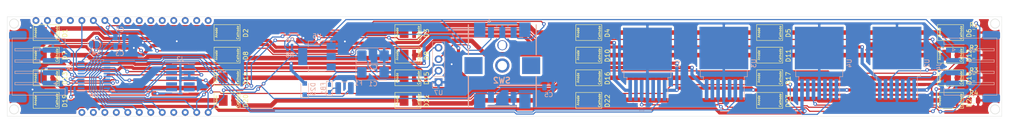
<source format=kicad_pcb>
(kicad_pcb (version 20171130) (host pcbnew "(5.1.5)-3")
  (layers (0 F.Cu signal) (31 B.Cu signal) (34 B.Paste user) (35 F.Paste user) (36 B.SilkS user) (37 F.SilkS user) (38 B.Mask user) (39 F.Mask user) (44 Edge.Cuts user))
  (net 0 "")
  (net 1 "Net-(D1-Pad2)")
  (net 2 "Net-(D1-Pad1)")
  (net 3 "Net-(D2-Pad1)")
  (net 4 "Net-(D3-Pad1)")
  (net 5 "Net-(D4-Pad1)")
  (net 6 "Net-(D10-Pad1)")
  (net 7 "Net-(D11-Pad1)")
  (net 8 "Net-(D12-Pad1)")
  (net 9 "Net-(D13-Pad1)")
  (net 10 "Net-(D10-Pad2)")
  (net 11 "Net-(D13-Pad2)")
  (net 12 "Net-(D19-Pad2)")
  (net 13 "Net-(D7-Pad2)")
  (net 14 "Net-(D7-Pad1)")
  (net 15 "Net-(D19-Pad1)")
  (net 16 "Net-(D5-Pad1)")
  (net 17 "Net-(D6-Pad1)")
  (net 18 "Net-(D8-Pad1)")
  (net 19 "Net-(D14-Pad1)")
  (net 20 "Net-(D15-Pad1)")
  (net 21 "Net-(D16-Pad1)")
  (net 22 "Net-(D17-Pad1)")
  (net 23 "Net-(D18-Pad1)")
  (net 24 "Net-(D20-Pad1)")
  (net 25 "Net-(D21-Pad1)")
  (net 26 "Net-(D22-Pad1)")
  (net 27 "Net-(D23-Pad1)")
  (net 28 "Net-(D24-Pad1)")
  (net 29 VDC)
  (net 30 SWD-GND)
  (net 31 UC-pwm1)
  (net 32 UC-pwm2)
  (net 33 UC-pwm3)
  (net 34 UC-pwm4)
  (net 35 SWD-SWCLK)
  (net 36 SWD-SWIO)
  (net 37 nRESET)
  (net 38 i2c-addr)
  (net 39 "Net-(C1-Pad1)")
  (net 40 I2c-SDA)
  (net 41 "Net-(F1-Pad2)")
  (net 42 I2c-SCL)
  (net 43 "Net-(D25-Pad1)")
  (net 44 +3.3V)
  (net 45 Enc-A)
  (net 46 Enc-B)
  (net 47 Enc-bt1)
  (net 48 "Net-(A1-PadTX)")
  (net 49 "Net-(A1-PadRX)")
  (net 50 "Net-(A1-PadMI)")
  (net 51 "Net-(A1-PadMO)")
  (net 52 "Net-(A1-PadSCK)")
  (net 53 "Net-(A1-PadA5)")
  (net 54 "Net-(A1-PadA4)")
  (net 55 "Net-(A1-PadA3)")
  (net 56 "Net-(A1-PadMD)")
  (net 57 "Net-(A1-PadRESET)")
  (net 58 "Net-(A1-PadD2)")
  (net 59 "Net-(A1-PadD3)")
  (net 60 "Net-(A1-PadD8)")
  (net 61 "Net-(A1-PadVUSB)")
  (net 62 "Net-(A1-PadEN)")
  (net 63 "Net-(A1-PadLI+)")
  (net 64 "Net-(A1-PadGND)")
  (net 65 SWD-SWO)
  (net 66 "Net-(J2-Pad7)")
  (net 67 "Net-(J2-Pad8)")
  (net 68 "Net-(J2-Pad9)")
  (net 69 "Net-(U6-Pad1)")
  (net 70 "Net-(U6-Pad2)")
  (net 71 "Net-(U6-Pad3)")
  (net 72 "Net-(U6-Pad9)")
  (module Rotary_Encoder:EC11J1524413 (layer B.Cu) (at 149.5 90.8)
    (fp_text reference SW2 (at -0.108 3.29) (layer B.SilkS) (effects (font (size 1.27 1.27) (thickness 0.254)) (justify mirror)))
    (fp_text value Rotary_Encoder_Switch hide)
    (pad 3 thru_hole circle (at 0 -4.5) (size 2.2 2.2) (drill oval 1.6 1.9) (layers *.Cu *.Mask))
    (pad A smd rect (at -2.5 -7.3) (size 1.3 2.4) (layers B.Cu B.Paste B.Mask) (net 45 Enc-A))
    (pad B smd rect (at 2.5 -7.3) (size 1.3 2.4) (layers B.Cu B.Paste B.Mask) (net 46 Enc-B))
    (pad C smd rect (at 0 -7.3) (size 1.3 2.4) (layers B.Cu B.Paste B.Mask) (net 30 SWD-GND))
    (pad S1 smd rect (at -2.5 7) (size 1.3 2.4) (layers B.Cu B.Paste B.Mask) (net 47 Enc-bt1))
    (pad S2 smd rect (at 2.5 7) (size 1.3 2.4) (layers B.Cu B.Paste B.Mask) (net 30 SWD-GND))
    (pad 6 smd rect (at 5 7.9) (size 2.5 3.2) (layers B.Cu B.Paste B.Mask))
    (pad 7 smd rect (at 6.375 0 270) (size 3.75 4) (layers B.Cu B.Paste B.Mask))
    (pad 8 smd rect (at 5 -7.9) (size 2.5 3.2) (layers B.Cu B.Paste B.Mask))
    (pad 9 smd rect (at -5 -7.9) (size 2.5 3.2) (layers B.Cu B.Paste B.Mask))
    (pad 10 smd rect (at -6.375 0 270) (size 3.75 4) (layers B.Cu B.Paste B.Mask))
    (pad 11 smd rect (at -5 7.9) (size 2.5 3.2) (layers B.Cu B.Paste B.Mask))
    (pad 12 thru_hole circle (at 0 0) (size 3.15 3.15) (drill 2.1) (layers *.Cu *.Mask))
  )
  (module Adafruit_FeatherWing:PCB_FeatherWing (layer B.Cu) (at 65.4 91)
    (fp_text reference A1)
    (fp_text value Particle_Boron)
    (pad NC thru_hole circle (at 19.05 -10.16) (size 1.524 1.524) (drill 0.762) (layers *.Cu *.Mask))
    (pad TX thru_hole circle (at 16.51 -10.16) (size 1.524 1.524) (drill 0.762) (layers *.Cu *.Mask) (net 48 "Net-(A1-PadTX)"))
    (pad RX thru_hole circle (at 13.97 -10.16) (size 1.524 1.524) (drill 0.762) (layers *.Cu *.Mask) (net 49 "Net-(A1-PadRX)"))
    (pad MI thru_hole circle (at 11.43 -10.16) (size 1.524 1.524) (drill 0.762) (layers *.Cu *.Mask) (net 50 "Net-(A1-PadMI)"))
    (pad MO thru_hole circle (at 8.89 -10.16) (size 1.524 1.524) (drill 0.762) (layers *.Cu *.Mask) (net 51 "Net-(A1-PadMO)"))
    (pad SCK thru_hole circle (at 6.35 -10.16) (size 1.524 1.524) (drill 0.762) (layers *.Cu *.Mask) (net 52 "Net-(A1-PadSCK)"))
    (pad A5 thru_hole circle (at 3.81 -10.16) (size 1.524 1.524) (drill 0.762) (layers *.Cu *.Mask) (net 53 "Net-(A1-PadA5)"))
    (pad A4 thru_hole circle (at 1.27 -10.16) (size 1.524 1.524) (drill 0.762) (layers *.Cu *.Mask) (net 54 "Net-(A1-PadA4)"))
    (pad A3 thru_hole circle (at -1.27 -10.16) (size 1.524 1.524) (drill 0.762) (layers *.Cu *.Mask) (net 55 "Net-(A1-PadA3)"))
    (pad A2 thru_hole circle (at -3.81 -10.16) (size 1.524 1.524) (drill 0.762) (layers *.Cu *.Mask) (net 45 Enc-A))
    (pad A1 thru_hole circle (at -6.35 -10.16) (size 1.524 1.524) (drill 0.762) (layers *.Cu *.Mask) (net 46 Enc-B))
    (pad A0 thru_hole circle (at -8.89 -10.16) (size 1.524 1.524) (drill 0.762) (layers *.Cu *.Mask) (net 47 Enc-bt1))
    (pad MD thru_hole circle (at -13.97 -10.16) (size 1.524 1.524) (drill 0.762) (layers *.Cu *.Mask) (net 56 "Net-(A1-PadMD)"))
    (pad RESET thru_hole circle (at -19.05 -10.16) (size 1.524 1.524) (drill 0.762) (layers *.Cu *.Mask) (net 57 "Net-(A1-PadRESET)"))
    (pad SDA thru_hole circle (at 19.05 10.16) (size 1.524 1.524) (drill 0.762) (layers *.Cu *.Mask) (net 40 I2c-SDA))
    (pad SCL thru_hole circle (at 16.51 10.16) (size 1.524 1.524) (drill 0.762) (layers *.Cu *.Mask) (net 42 I2c-SCL))
    (pad D2 thru_hole circle (at 13.97 10.16) (size 1.524 1.524) (drill 0.762) (layers *.Cu *.Mask) (net 58 "Net-(A1-PadD2)"))
    (pad D3 thru_hole circle (at 11.43 10.16) (size 1.524 1.524) (drill 0.762) (layers *.Cu *.Mask) (net 59 "Net-(A1-PadD3)"))
    (pad D4 thru_hole circle (at 8.89 10.16) (size 1.524 1.524) (drill 0.762) (layers *.Cu *.Mask) (net 34 UC-pwm4))
    (pad D5 thru_hole circle (at 6.35 10.16) (size 1.524 1.524) (drill 0.762) (layers *.Cu *.Mask) (net 33 UC-pwm3))
    (pad D6 thru_hole circle (at 3.81 10.16) (size 1.524 1.524) (drill 0.762) (layers *.Cu *.Mask) (net 32 UC-pwm2))
    (pad D7 thru_hole circle (at 1.27 10.16) (size 1.524 1.524) (drill 0.762) (layers *.Cu *.Mask) (net 31 UC-pwm1))
    (pad D8 thru_hole circle (at -1.27 10.16) (size 1.524 1.524) (drill 0.762) (layers *.Cu *.Mask) (net 60 "Net-(A1-PadD8)"))
    (pad VUSB thru_hole circle (at -3.81 10.16) (size 1.524 1.524) (drill 0.762) (layers *.Cu *.Mask) (net 61 "Net-(A1-PadVUSB)"))
    (pad EN thru_hole circle (at -6.35 10.16) (size 1.524 1.524) (drill 0.762) (layers *.Cu *.Mask) (net 62 "Net-(A1-PadEN)"))
    (pad LI+ thru_hole circle (at -8.89 10.16) (size 1.524 1.524) (drill 0.762) (layers *.Cu *.Mask) (net 63 "Net-(A1-PadLI+)"))
    (pad 3V3 thru_hole circle (at -16.51 -10.16) (size 1.524 1.524) (drill 0.762) (layers *.Cu *.Mask) (net 44 +3.3V))
    (pad GND thru_hole circle (at -11.43 -10.16) (size 1.524 1.524) (drill 0.762) (layers *.Cu *.Mask) (net 64 "Net-(A1-PadGND)"))
  )
  (module Package_TO_SOT_SMD:TO-263-7_TabPin4 (layer B.Cu) (at 219.6 90.3 90)
    (fp_text reference U4 (at 0 6.65 90) (layer B.SilkS) (effects (justify mirror)))
    (fp_text value TLE4309)
    (pad 1 smd rect (at -5.775 3.81 90) (size 4.6 0.8) (layers B.Cu B.Paste B.Mask) (net 29 VDC))
    (pad 2 smd rect (at -5.775 2.54 90) (size 4.6 0.8) (layers B.Cu B.Paste B.Mask) (net 34 UC-pwm4))
    (pad 3 smd rect (at -5.775 1.27 90) (size 4.6 0.8) (layers B.Cu B.Paste B.Mask))
    (pad 4 smd rect (at -5.775 0 90) (size 4.6 0.8) (layers B.Cu B.Paste B.Mask) (net 30 SWD-GND))
    (pad 5 smd rect (at -5.775 -1.27 90) (size 4.6 0.8) (layers B.Cu B.Paste B.Mask) (net 28 "Net-(D24-Pad1)"))
    (pad 6 smd rect (at -5.775 -2.54 90) (size 4.6 0.8) (layers B.Cu B.Paste B.Mask))
    (pad 7 smd rect (at -5.775 -3.81 90) (size 4.6 0.8) (layers B.Cu B.Paste B.Mask) (net 12 "Net-(D19-Pad2)"))
    (pad 4 smd rect (at 3.375 0 90) (size 9.4 10.8) (layers B.Cu B.Mask) (net 30 SWD-GND))
  )
  (module Connector_JST:JST_XH_S4B-XH-A-1_1x04_P2.50mm_Horizontal-SMD (layer B.Cu) (at 251.2 87.3 270)
    (fp_text reference J4 (at 3.75 5.1 270) (layer B.SilkS) (effects (justify mirror)))
    (fp_text value Conn_01x04_Male)
    (pad 6 smd roundrect (at -3.2 -6.45 270) (size 1.9 3.9) (layers B.Cu B.Paste B.Mask))
    (pad 5 smd roundrect (at 10.7 -6.45 270) (size 1.9 3.9) (layers B.Cu B.Paste B.Mask))
    (pad 1 smd roundrect (at 0 1.3 270) (size 1.3 4.5) (layers B.Cu B.Paste B.Mask) (roundrect_rratio 0.147) (net 42 I2c-SCL))
    (pad 2 smd roundrect (at 2.5 1.3 270) (size 1.3 4.5) (layers B.Cu B.Paste B.Mask) (net 40 I2c-SDA))
    (pad 3 smd roundrect (at 5 1.3 270) (size 1.3 4.5) (layers B.Cu B.Paste B.Mask) (net 29 VDC))
    (pad 4 smd roundrect (at 7.5 1.3 270) (size 1.3 4.5) (layers B.Cu B.Paste B.Mask) (net 30 SWD-GND))
  )
  (module Package_TO_SOT_SMD:TO-263-7_TabPin4 (layer B.Cu) (at 181.6 90.5 90)
    (fp_text reference U1 (at 0 6.65 90) (layer B.SilkS) (effects (justify mirror)))
    (fp_text value TLE4309)
    (pad 1 smd rect (at -5.775 3.81 90) (size 4.6 0.8) (layers B.Cu B.Paste B.Mask) (net 29 VDC))
    (pad 2 smd rect (at -5.775 2.54 90) (size 4.6 0.8) (layers B.Cu B.Paste B.Mask) (net 31 UC-pwm1))
    (pad 3 smd rect (at -5.775 1.27 90) (size 4.6 0.8) (layers B.Cu B.Paste B.Mask))
    (pad 4 smd rect (at -5.775 0 90) (size 4.6 0.8) (layers B.Cu B.Paste B.Mask) (net 30 SWD-GND))
    (pad 5 smd rect (at -5.775 -1.27 90) (size 4.6 0.8) (layers B.Cu B.Paste B.Mask) (net 17 "Net-(D6-Pad1)"))
    (pad 6 smd rect (at -5.775 -2.54 90) (size 4.6 0.8) (layers B.Cu B.Paste B.Mask))
    (pad 7 smd rect (at -5.775 -3.81 90) (size 4.6 0.8) (layers B.Cu B.Paste B.Mask) (net 1 "Net-(D1-Pad2)"))
    (pad 4 smd rect (at 3.375 0 90) (size 9.4 10.8) (layers B.Cu B.Mask) (net 30 SWD-GND))
  )
  (module Capacitor_Tantalum_SMD:CP_EIA-6032-28_Kemet-C (layer B.Cu) (at 120.9 92.3)
    (fp_text reference C1 (at 0 2.55) (layer B.SilkS) (effects (justify mirror)))
    (fp_text value 10u)
    (pad 2 smd roundrect (at 2.4625 0) (size 2.075 2.35) (layers B.Cu B.Paste B.Mask) (roundrect_rratio 0.120482) (net 30 SWD-GND))
    (pad 1 smd roundrect (at -2.4625 0) (size 2.075 2.35) (layers B.Cu B.Paste B.Mask) (roundrect_rratio 0.120482) (net 39 "Net-(C1-Pad1)"))
  )
  (module Resistor_SMD:R_0402_1005Metric (layer B.Cu) (at 102.5 86.3 180)
    (fp_text reference R6 (at 0 1.17) (layer B.SilkS) (effects (justify mirror)))
    (fp_text value 4.7K)
    (pad 2 smd roundrect (at 0.485 0 180) (size 0.59 0.64) (layers B.Cu B.Paste B.Mask) (net 42 I2c-SCL))
    (pad 1 smd roundrect (at -0.485 0 180) (size 0.59 0.64) (layers B.Cu B.Paste B.Mask) (net 44 +3.3V))
  )
  (module Fuse:Fuse_1210_3225Metric (layer B.Cu) (at 114.6 95.8 180)
    (fp_text reference F1 (at -3.1 1.1) (layer B.SilkS) (effects (justify mirror)))
    (fp_text value 400mA)
    (pad 2 smd roundrect (at 1.4 0 180) (size 1.25 2.65) (layers B.Cu B.Paste B.Mask) (roundrect_rratio 0.2) (net 41 "Net-(F1-Pad2)"))
    (pad 1 smd roundrect (at -1.4 0 180) (size 1.25 2.65) (layers B.Cu B.Paste B.Mask) (roundrect_rratio 0.2) (net 43 "Net-(D25-Pad1)"))
  )
  (module Resistor_SMD:R_0402_1005Metric (layer B.Cu) (at 102.485 87.3)
    (fp_text reference R5 (at 0 1.17) (layer B.SilkS) (effects (justify mirror)))
    (fp_text value 4.7K)
    (pad 2 smd roundrect (at 0.485 0) (size 0.59 0.64) (layers B.Cu B.Paste B.Mask) (net 44 +3.3V))
    (pad 1 smd roundrect (at -0.485 0) (size 0.59 0.64) (layers B.Cu B.Paste B.Mask) (net 40 I2c-SDA))
  )
  (module Diode_SMD:D_SOD-323_HandSoldering (layer B.Cu) (at 105.8 96 90)
    (fp_text reference D25 (at 0 1.85 90) (layer B.SilkS) (effects (justify mirror)))
    (fp_text value D_Schottky)
    (pad 2 smd rect (at 1.25 0 90) (size 1 1) (layers B.Cu B.Paste B.Mask) (net 29 VDC))
    (pad 1 smd rect (at -1.25 0 90) (size 1 1) (layers B.Cu B.Paste B.Mask) (net 43 "Net-(D25-Pad1)"))
  )
  (module Package_TO_SOT_SMD:TO-263-7_TabPin4 (layer B.Cu) (at 198.5 90.3 90)
    (fp_text reference U3 (at 0 6.65 90) (layer B.SilkS) (effects (justify mirror)))
    (fp_text value TLE4309)
    (pad 1 smd rect (at -5.775 3.81 90) (size 4.6 0.8) (layers B.Cu B.Paste B.Mask) (net 29 VDC))
    (pad 2 smd rect (at -5.775 2.54 90) (size 4.6 0.8) (layers B.Cu B.Paste B.Mask) (net 33 UC-pwm3))
    (pad 3 smd rect (at -5.775 1.27 90) (size 4.6 0.8) (layers B.Cu B.Paste B.Mask))
    (pad 4 smd rect (at -5.775 0 90) (size 4.6 0.8) (layers B.Cu B.Paste B.Mask) (net 30 SWD-GND))
    (pad 5 smd rect (at -5.775 -1.27 90) (size 4.6 0.8) (layers B.Cu B.Paste B.Mask) (net 23 "Net-(D18-Pad1)"))
    (pad 6 smd rect (at -5.775 -2.54 90) (size 4.6 0.8) (layers B.Cu B.Paste B.Mask))
    (pad 7 smd rect (at -5.775 -3.81 90) (size 4.6 0.8) (layers B.Cu B.Paste B.Mask) (net 11 "Net-(D13-Pad2)"))
    (pad 4 smd rect (at 3.375 0 90) (size 9.4 10.8) (layers B.Cu B.Mask) (net 30 SWD-GND))
  )
  (module Capacitor_Tantalum_SMD:CP_EIA-6032-28_Kemet-C (layer B.Cu) (at 120.9 88.6)
    (fp_text reference C2 (at 0 2.55) (layer B.SilkS) (effects (justify mirror)))
    (fp_text value 10u)
    (pad 2 smd roundrect (at 2.4625 0) (size 2.075 2.35) (layers B.Cu B.Paste B.Mask) (roundrect_rratio 0.120482) (net 30 SWD-GND))
    (pad 1 smd roundrect (at -2.4625 0) (size 2.075 2.35) (layers B.Cu B.Paste B.Mask) (roundrect_rratio 0.120482) (net 44 +3.3V))
  )
  (module Capacitor_SMD:C_0805_2012Metric (layer B.Cu) (at 159.7625 95.6)
    (fp_text reference C5 (at 0 1.65) (layer B.SilkS) (effects (justify mirror)))
    (fp_text value C_Small)
    (pad 2 smd roundrect (at 0.9375 0) (size 0.975 1.4) (layers B.Cu B.Paste B.Mask) (net 30 SWD-GND))
    (pad 1 smd roundrect (at -0.9375 0) (size 0.975 1.4) (layers B.Cu B.Paste B.Mask) (net 47 Enc-bt1))
  )
  (module Capacitor_SMD:C_0805_2012Metric (layer B.Cu) (at 64.9 86.5)
    (fp_text reference C3 (at 0 1.65 180) (layer B.SilkS) (effects (justify mirror)))
    (fp_text value C_Small)
    (pad 2 smd roundrect (at 0.9375 0) (size 0.975 1.4) (layers B.Cu B.Paste B.Mask) (net 30 SWD-GND))
    (pad 1 smd roundrect (at -0.9375 0) (size 0.975 1.4) (layers B.Cu B.Paste B.Mask) (net 45 Enc-A))
  )
  (module Connector_PinHeader_2.54mm:PinHeader_1x04_P2.54mm_Vertical (layer B.Cu) (at 135.4 94.48)
    (fp_text reference U7 (at 0 2.33 180) (layer B.SilkS) (effects (justify mirror)))
    (fp_text value SSD1306)
    (pad 4 thru_hole oval (at 0 -7.62) (size 1.7 1.7) (drill 1) (layers *.Cu *.Mask) (net 40 I2c-SDA))
    (pad 3 thru_hole oval (at 0 -5.08) (size 1.7 1.7) (drill 1) (layers *.Cu *.Mask) (net 42 I2c-SCL))
    (pad 2 thru_hole oval (at 0 -2.54) (size 1.7 1.7) (drill 1) (layers *.Cu *.Mask) (net 44 +3.3V))
    (pad 1 thru_hole rect (at 0 0) (size 1.7 1.7) (drill 1) (layers *.Cu *.Mask) (net 30 SWD-GND))
  )
  (module Capacitor_SMD:C_0805_2012Metric (layer B.Cu) (at 64.9 84.5 180)
    (fp_text reference C4 (at 0 1.65 180) (layer B.SilkS) (effects (justify mirror)))
    (fp_text value C_Small)
    (pad 2 smd roundrect (at 0.9375 0 180) (size 0.975 1.4) (layers B.Cu B.Paste B.Mask) (net 46 Enc-B))
    (pad 1 smd roundrect (at -0.9375 0 180) (size 0.975 1.4) (layers B.Cu B.Paste B.Mask) (net 30 SWD-GND))
  )
  (module LED_SMD:Sunplus-35 (layer F.Cu) (at 210 83.5 270)
    (fp_text reference D5 (at 0.12 -2.75 90) (layer F.SilkS))
    (fp_text value LED)
    (fp_text user Cathode (at 0 -1 90) (layer F.SilkS) (effects (font (size 0.5 0.5) (thickness 0.1))))
    (fp_text user Anode (at 0 3.75 90) (layer F.SilkS) (effects (font (size 0.5 0.5) (thickness 0.1))))
    (pad 1 smd rect (at 0 0 90) (size 2.4 0.82) (layers F.Cu F.Paste F.Mask) (net 16 "Net-(D5-Pad1)"))
    (pad 2 smd rect (at 0 2.225 90) (size 2.4 1.93) (layers F.Cu F.Paste F.Mask) (net 5 "Net-(D4-Pad1)"))
  )
  (module LED_SMD:Sunplus-35 (layer F.Cu) (at 50 83.5 270)
    (fp_text reference D1 (at 0.12 -2.75 90) (layer F.SilkS))
    (fp_text value LED)
    (fp_text user Cathode (at 0 -1 90) (layer F.SilkS) (effects (font (size 0.5 0.5) (thickness 0.1))))
    (fp_text user Anode (at 0 3.75 90) (layer F.SilkS) (effects (font (size 0.5 0.5) (thickness 0.1))))
    (pad 1 smd rect (at 0 0 90) (size 2.4 0.82) (layers F.Cu F.Paste F.Mask) (net 2 "Net-(D1-Pad1)"))
    (pad 2 smd rect (at 0 2.225 90) (size 2.4 1.93) (layers F.Cu F.Paste F.Mask) (net 1 "Net-(D1-Pad2)"))
  )
  (module LED_SMD:Sunplus-35 (layer F.Cu) (at 90 88.5 270)
    (fp_text reference D8 (at 0.12 -2.75 90) (layer F.SilkS))
    (fp_text value LED)
    (fp_text user Cathode (at 0 -1 90) (layer F.SilkS) (effects (font (size 0.5 0.5) (thickness 0.1))))
    (fp_text user Anode (at 0 3.75 90) (layer F.SilkS) (effects (font (size 0.5 0.5) (thickness 0.1))))
    (pad 1 smd rect (at 0 0 90) (size 2.4 0.82) (layers F.Cu F.Paste F.Mask) (net 18 "Net-(D8-Pad1)"))
    (pad 2 smd rect (at 0 2.225 90) (size 2.4 1.93) (layers F.Cu F.Paste F.Mask) (net 14 "Net-(D7-Pad1)"))
  )
  (module LED_SMD:Sunplus-35 (layer F.Cu) (at 170 93.5 270)
    (fp_text reference D16 (at 0.12 -2.75 90) (layer F.SilkS))
    (fp_text value LED)
    (fp_text user Cathode (at 0 -1 90) (layer F.SilkS) (effects (font (size 0.5 0.5) (thickness 0.1))))
    (fp_text user Anode (at 0 3.75 90) (layer F.SilkS) (effects (font (size 0.5 0.5) (thickness 0.1))))
    (pad 1 smd rect (at 0 0 90) (size 2.4 0.82) (layers F.Cu F.Paste F.Mask) (net 21 "Net-(D16-Pad1)"))
    (pad 2 smd rect (at 0 2.225 90) (size 2.4 1.93) (layers F.Cu F.Paste F.Mask) (net 20 "Net-(D15-Pad1)"))
  )
  (module LED_SMD:Sunplus-35 (layer F.Cu) (at 90 93.5 270)
    (fp_text reference D14 (at 0.12 -2.75 90) (layer F.SilkS))
    (fp_text value LED)
    (fp_text user Cathode (at 0 -1 90) (layer F.SilkS) (effects (font (size 0.5 0.5) (thickness 0.1))))
    (fp_text user Anode (at 0 3.75 90) (layer F.SilkS) (effects (font (size 0.5 0.5) (thickness 0.1))))
    (pad 1 smd rect (at 0 0 90) (size 2.4 0.82) (layers F.Cu F.Paste F.Mask) (net 19 "Net-(D14-Pad1)"))
    (pad 2 smd rect (at 0 2.225 90) (size 2.4 1.93) (layers F.Cu F.Paste F.Mask) (net 9 "Net-(D13-Pad1)"))
  )
  (module LED_SMD:Sunplus-35 (layer F.Cu) (at 90 83.5 270)
    (fp_text reference D2 (at 0.12 -2.75 90) (layer F.SilkS))
    (fp_text value LED)
    (fp_text user Cathode (at 0 -1 90) (layer F.SilkS) (effects (font (size 0.5 0.5) (thickness 0.1))))
    (fp_text user Anode (at 0 3.75 90) (layer F.SilkS) (effects (font (size 0.5 0.5) (thickness 0.1))))
    (pad 1 smd rect (at 0 0 90) (size 2.4 0.82) (layers F.Cu F.Paste F.Mask) (net 3 "Net-(D2-Pad1)"))
    (pad 2 smd rect (at 0 2.225 90) (size 2.4 1.93) (layers F.Cu F.Paste F.Mask) (net 2 "Net-(D1-Pad1)"))
  )
  (module LED_SMD:Sunplus-35 (layer F.Cu) (at 130 88.5 270)
    (fp_text reference D9 (at 0.12 -2.75 90) (layer F.SilkS))
    (fp_text value LED)
    (fp_text user Cathode (at 0 -1 90) (layer F.SilkS) (effects (font (size 0.5 0.5) (thickness 0.1))))
    (fp_text user Anode (at 0 3.75 90) (layer F.SilkS) (effects (font (size 0.5 0.5) (thickness 0.1))))
    (pad 1 smd rect (at 0 0 90) (size 2.4 0.82) (layers F.Cu F.Paste F.Mask) (net 10 "Net-(D10-Pad2)"))
    (pad 2 smd rect (at 0 2.225 90) (size 2.4 1.93) (layers F.Cu F.Paste F.Mask) (net 18 "Net-(D8-Pad1)"))
  )
  (module Resistor_SMD:R_0805_2012Metric (layer F.Cu) (at 253.8 93.5)
    (fp_text reference R3 (at 0 -1.65) (layer F.SilkS))
    (fp_text value R_Small)
    (pad 2 smd roundrect (at 0.9375 0) (size 0.975 1.4) (layers F.Cu F.Paste F.Mask) (net 30 SWD-GND))
    (pad 1 smd roundrect (at -0.9375 0) (size 0.975 1.4) (layers F.Cu F.Paste F.Mask) (net 23 "Net-(D18-Pad1)"))
  )
  (module LED_SMD:Sunplus-35 (layer F.Cu) (at 130 93.5 270)
    (fp_text reference D15 (at 0.12 -2.75 90) (layer F.SilkS))
    (fp_text value LED)
    (fp_text user Cathode (at 0 -1 90) (layer F.SilkS) (effects (font (size 0.5 0.5) (thickness 0.1))))
    (fp_text user Anode (at 0 3.75 90) (layer F.SilkS) (effects (font (size 0.5 0.5) (thickness 0.1))))
    (pad 1 smd rect (at 0 0 90) (size 2.4 0.82) (layers F.Cu F.Paste F.Mask) (net 20 "Net-(D15-Pad1)"))
    (pad 2 smd rect (at 0 2.225 90) (size 2.4 1.93) (layers F.Cu F.Paste F.Mask) (net 19 "Net-(D14-Pad1)"))
  )
  (module Resistor_SMD:R_0805_2012Metric (layer F.Cu) (at 253.8 88.5)
    (fp_text reference R2 (at 0 -1.65 180) (layer F.SilkS))
    (fp_text value R_Small)
    (pad 2 smd roundrect (at 0.9375 0) (size 0.975 1.4) (layers F.Cu F.Paste F.Mask) (net 30 SWD-GND))
    (pad 1 smd roundrect (at -0.9375 0) (size 0.975 1.4) (layers F.Cu F.Paste F.Mask) (net 8 "Net-(D12-Pad1)"))
  )
  (module LED_SMD:Sunplus-35 (layer F.Cu) (at 170 88.5 270)
    (fp_text reference D10 (at 0.12 -2.75 90) (layer F.SilkS))
    (fp_text value LED)
    (fp_text user Cathode (at 0 -1 90) (layer F.SilkS) (effects (font (size 0.5 0.5) (thickness 0.1))))
    (fp_text user Anode (at 0 3.75 90) (layer F.SilkS) (effects (font (size 0.5 0.5) (thickness 0.1))))
    (pad 1 smd rect (at 0 0 90) (size 2.4 0.82) (layers F.Cu F.Paste F.Mask) (net 6 "Net-(D10-Pad1)"))
    (pad 2 smd rect (at 0 2.225 90) (size 2.4 1.93) (layers F.Cu F.Paste F.Mask) (net 10 "Net-(D10-Pad2)"))
  )
  (module Resistor_SMD:R_0805_2012Metric (layer F.Cu) (at 253.8 98.5)
    (fp_text reference R4 (at 0 -1.65) (layer F.SilkS))
    (fp_text value R_Small)
    (pad 2 smd roundrect (at 0.9375 0) (size 0.975 1.4) (layers F.Cu F.Paste F.Mask) (net 30 SWD-GND))
    (pad 1 smd roundrect (at -0.9375 0) (size 0.975 1.4) (layers F.Cu F.Paste F.Mask) (net 28 "Net-(D24-Pad1)"))
  )
  (module LED_SMD:Sunplus-35 (layer F.Cu) (at 250 88.5 270)
    (fp_text reference D12 (at 0.12 -2.75 90) (layer F.SilkS))
    (fp_text value LED)
    (fp_text user Cathode (at 0 -1 90) (layer F.SilkS) (effects (font (size 0.5 0.5) (thickness 0.1))))
    (fp_text user Anode (at 0 3.75 90) (layer F.SilkS) (effects (font (size 0.5 0.5) (thickness 0.1))))
    (pad 1 smd rect (at 0 0 90) (size 2.4 0.82) (layers F.Cu F.Paste F.Mask) (net 8 "Net-(D12-Pad1)"))
    (pad 2 smd rect (at 0 2.225 90) (size 2.4 1.93) (layers F.Cu F.Paste F.Mask) (net 7 "Net-(D11-Pad1)"))
  )
  (module LED_SMD:Sunplus-35 (layer F.Cu) (at 250 83.5 270)
    (fp_text reference D6 (at 0.12 -2.75 90) (layer F.SilkS))
    (fp_text value LED)
    (fp_text user Cathode (at 0 -1 90) (layer F.SilkS) (effects (font (size 0.5 0.5) (thickness 0.1))))
    (fp_text user Anode (at 0 3.75 90) (layer F.SilkS) (effects (font (size 0.5 0.5) (thickness 0.1))))
    (pad 1 smd rect (at 0 0 90) (size 2.4 0.82) (layers F.Cu F.Paste F.Mask) (net 17 "Net-(D6-Pad1)"))
    (pad 2 smd rect (at 0 2.225 90) (size 2.4 1.93) (layers F.Cu F.Paste F.Mask) (net 16 "Net-(D5-Pad1)"))
  )
  (module LED_SMD:Sunplus-35 (layer F.Cu) (at 130 83.5 270)
    (fp_text reference D3 (at 0.12 -2.75 90) (layer F.SilkS))
    (fp_text value LED)
    (fp_text user Cathode (at 0 -1 90) (layer F.SilkS) (effects (font (size 0.5 0.5) (thickness 0.1))))
    (fp_text user Anode (at 0 3.75 90) (layer F.SilkS) (effects (font (size 0.5 0.5) (thickness 0.1))))
    (pad 1 smd rect (at 0 0 90) (size 2.4 0.82) (layers F.Cu F.Paste F.Mask) (net 4 "Net-(D3-Pad1)"))
    (pad 2 smd rect (at 0 2.225 90) (size 2.4 1.93) (layers F.Cu F.Paste F.Mask) (net 3 "Net-(D2-Pad1)"))
  )
  (module LED_SMD:Sunplus-35 (layer F.Cu) (at 210 88.5 270)
    (fp_text reference D11 (at 0.12 -2.75 90) (layer F.SilkS))
    (fp_text value LED)
    (fp_text user Cathode (at 0 -1 90) (layer F.SilkS) (effects (font (size 0.5 0.5) (thickness 0.1))))
    (fp_text user Anode (at 0 3.75 90) (layer F.SilkS) (effects (font (size 0.5 0.5) (thickness 0.1))))
    (pad 1 smd rect (at 0 0 90) (size 2.4 0.82) (layers F.Cu F.Paste F.Mask) (net 7 "Net-(D11-Pad1)"))
    (pad 2 smd rect (at 0 2.225 90) (size 2.4 1.93) (layers F.Cu F.Paste F.Mask) (net 6 "Net-(D10-Pad1)"))
  )
  (module LED_SMD:Sunplus-35 (layer F.Cu) (at 50 93.5 270)
    (fp_text reference D13 (at 0.12 -2.75 90) (layer F.SilkS))
    (fp_text value LED)
    (fp_text user Cathode (at 0 -1 90) (layer F.SilkS) (effects (font (size 0.5 0.5) (thickness 0.1))))
    (fp_text user Anode (at 0 3.75 90) (layer F.SilkS) (effects (font (size 0.5 0.5) (thickness 0.1))))
    (pad 1 smd rect (at 0 0 90) (size 2.4 0.82) (layers F.Cu F.Paste F.Mask) (net 9 "Net-(D13-Pad1)"))
    (pad 2 smd rect (at 0 2.225 90) (size 2.4 1.93) (layers F.Cu F.Paste F.Mask) (net 11 "Net-(D13-Pad2)"))
  )
  (module LED_SMD:Sunplus-35 (layer F.Cu) (at 50 88.5 270)
    (fp_text reference D7 (at 0.12 -2.75 90) (layer F.SilkS))
    (fp_text value LED)
    (fp_text user Cathode (at 0 -1 90) (layer F.SilkS) (effects (font (size 0.5 0.5) (thickness 0.1))))
    (fp_text user Anode (at 0 3.75 90) (layer F.SilkS) (effects (font (size 0.5 0.5) (thickness 0.1))))
    (pad 1 smd rect (at 0 0 90) (size 2.4 0.82) (layers F.Cu F.Paste F.Mask) (net 14 "Net-(D7-Pad1)"))
    (pad 2 smd rect (at 0 2.225 90) (size 2.4 1.93) (layers F.Cu F.Paste F.Mask) (net 13 "Net-(D7-Pad2)"))
  )
  (module Resistor_SMD:R_0805_2012Metric (layer F.Cu) (at 253.8 83.5)
    (fp_text reference R1 (at 0 -1.65 180) (layer F.SilkS))
    (fp_text value R_Small)
    (pad 2 smd roundrect (at 0.9375 0) (size 0.975 1.4) (layers F.Cu F.Paste F.Mask) (net 30 SWD-GND))
    (pad 1 smd roundrect (at -0.9375 0) (size 0.975 1.4) (layers F.Cu F.Paste F.Mask) (net 17 "Net-(D6-Pad1)"))
  )
  (module LED_SMD:Sunplus-35 (layer F.Cu) (at 170 98.5 270)
    (fp_text reference D22 (at 0.12 -2.75 90) (layer F.SilkS))
    (fp_text value LED)
    (fp_text user Cathode (at 0 -1 90) (layer F.SilkS) (effects (font (size 0.5 0.5) (thickness 0.1))))
    (fp_text user Anode (at 0 3.75 90) (layer F.SilkS) (effects (font (size 0.5 0.5) (thickness 0.1))))
    (pad 1 smd rect (at 0 0 90) (size 2.4 0.82) (layers F.Cu F.Paste F.Mask) (net 26 "Net-(D22-Pad1)"))
    (pad 2 smd rect (at 0 2.225 90) (size 2.4 1.93) (layers F.Cu F.Paste F.Mask) (net 25 "Net-(D21-Pad1)"))
  )
  (module LED_SMD:Sunplus-35 (layer F.Cu) (at 50 98.5 270)
    (fp_text reference D19 (at 0.12 -2.75 90) (layer F.SilkS))
    (fp_text value LED)
    (fp_text user Cathode (at 0 -1 90) (layer F.SilkS) (effects (font (size 0.5 0.5) (thickness 0.1))))
    (fp_text user Anode (at 0 3.75 90) (layer F.SilkS) (effects (font (size 0.5 0.5) (thickness 0.1))))
    (pad 1 smd rect (at 0 0 90) (size 2.4 0.82) (layers F.Cu F.Paste F.Mask) (net 15 "Net-(D19-Pad1)"))
    (pad 2 smd rect (at 0 2.225 90) (size 2.4 1.93) (layers F.Cu F.Paste F.Mask) (net 12 "Net-(D19-Pad2)"))
  )
  (module LED_SMD:Sunplus-35 (layer F.Cu) (at 250 93.5 270)
    (fp_text reference D18 (at 0.12 -2.75 90) (layer F.SilkS))
    (fp_text value LED)
    (fp_text user Cathode (at 0 -1 90) (layer F.SilkS) (effects (font (size 0.5 0.5) (thickness 0.1))))
    (fp_text user Anode (at 0 3.75 90) (layer F.SilkS) (effects (font (size 0.5 0.5) (thickness 0.1))))
    (pad 1 smd rect (at 0 0 90) (size 2.4 0.82) (layers F.Cu F.Paste F.Mask) (net 23 "Net-(D18-Pad1)"))
    (pad 2 smd rect (at 0 2.225 90) (size 2.4 1.93) (layers F.Cu F.Paste F.Mask) (net 22 "Net-(D17-Pad1)"))
  )
  (module Connector_JST:JST_XH_S4B-XH-A-1_1x04_P2.50mm_Horizontal-SMD (layer B.Cu) (at 48.8 94.8 90)
    (fp_text reference J3 (at 3.75 5.1 90) (layer B.SilkS) (effects (justify mirror)))
    (fp_text value Conn_01x04_Male)
    (pad 4 smd roundrect (at 7.5 1.3 90) (size 1.3 4.5) (layers B.Cu B.Paste B.Mask) (net 30 SWD-GND))
    (pad 3 smd roundrect (at 5 1.3 90) (size 1.3 4.5) (layers B.Cu B.Paste B.Mask) (net 29 VDC))
    (pad 2 smd roundrect (at 2.5 1.3 90) (size 1.3 4.5) (layers B.Cu B.Paste B.Mask) (net 40 I2c-SDA))
    (pad 1 smd roundrect (at 0 1.3 90) (size 1.3 4.5) (layers B.Cu B.Paste B.Mask) (roundrect_rratio 0.147) (net 42 I2c-SCL))
    (pad 5 smd roundrect (at 10.7 -6.45 90) (size 1.9 3.9) (layers B.Cu B.Paste B.Mask))
    (pad 6 smd roundrect (at -3.2 -6.45 90) (size 1.9 3.9) (layers B.Cu B.Paste B.Mask))
  )
  (module LED_SMD:Sunplus-35 (layer F.Cu) (at 210 93.5 270)
    (fp_text reference D17 (at 0.12 -2.75 90) (layer F.SilkS))
    (fp_text value LED)
    (fp_text user Cathode (at 0 -1 90) (layer F.SilkS) (effects (font (size 0.5 0.5) (thickness 0.1))))
    (fp_text user Anode (at 0 3.75 90) (layer F.SilkS) (effects (font (size 0.5 0.5) (thickness 0.1))))
    (pad 1 smd rect (at 0 0 90) (size 2.4 0.82) (layers F.Cu F.Paste F.Mask) (net 22 "Net-(D17-Pad1)"))
    (pad 2 smd rect (at 0 2.225 90) (size 2.4 1.93) (layers F.Cu F.Paste F.Mask) (net 21 "Net-(D16-Pad1)"))
  )
  (module LED_SMD:Sunplus-35 (layer F.Cu) (at 250 98.5 270)
    (fp_text reference D24 (at 0.12 -2.75 90) (layer F.SilkS))
    (fp_text value LED)
    (fp_text user Cathode (at 0 -1 90) (layer F.SilkS) (effects (font (size 0.5 0.5) (thickness 0.1))))
    (fp_text user Anode (at 0 3.75 90) (layer F.SilkS) (effects (font (size 0.5 0.5) (thickness 0.1))))
    (pad 1 smd rect (at 0 0 90) (size 2.4 0.82) (layers F.Cu F.Paste F.Mask) (net 28 "Net-(D24-Pad1)"))
    (pad 2 smd rect (at 0 2.225 90) (size 2.4 1.93) (layers F.Cu F.Paste F.Mask) (net 27 "Net-(D23-Pad1)"))
  )
  (module Jumper:SolderJumper-2_P1.3mm_Open_RoundedPad1.0x1.5mm (layer B.Cu) (at 59.2 86.1)
    (fp_text reference SW1 (at 0 1.8) (layer B.SilkS) (effects (justify mirror)))
    (fp_text value SW-I2C)
    (pad 2 smd custom (at 0.65 0) (size 1 0.5) (layers B.Cu B.Mask) (net 30 SWD-GND) (options (clearance outline) (anchor rect)) (primitives (gr_circle (center 0 -0.25) (end 0.5 -0.25) (width 0)) (gr_circle (center 0 0.25) (end 0.5 0.25) (width 0)) (gr_poly (pts (xy 0 0.75) (xy -0.5 0.75) (xy -0.5 -0.75) (xy 0 -0.75)) (width 0))))
    (pad 1 smd custom (at -0.65 0) (size 1 0.5) (layers B.Cu B.Mask) (net 38 i2c-addr) (options (clearance outline) (anchor rect)) (primitives (gr_circle (center 0 -0.25) (end 0.5 -0.25) (width 0)) (gr_circle (center 0 0.25) (end 0.5 0.25) (width 0)) (gr_poly (pts (xy 0 0.75) (xy 0.5 0.75) (xy 0.5 -0.75) (xy 0 -0.75)) (width 0))))
  )
  (module Connector_PinHeader_1.27mm:PinHeader_2x05_P1.27mm_Vertical_SMD (layer B.Cu) (at 78.3 93.6 180)
    (fp_text reference J2 (at 0 4.235) (layer B.SilkS) (effects (justify mirror)))
    (fp_text value Conn_02x05_Odd_Even)
    (pad 1 smd rect (at -1.95 2.54 180) (size 2.4 0.74) (layers B.Cu B.Paste B.Mask) (net 44 +3.3V))
    (pad 2 smd rect (at 1.95 2.54 180) (size 2.4 0.74) (layers B.Cu B.Paste B.Mask) (net 36 SWD-SWIO))
    (pad 3 smd rect (at -1.95 1.27 180) (size 2.4 0.74) (layers B.Cu B.Paste B.Mask) (net 30 SWD-GND))
    (pad 4 smd rect (at 1.95 1.27 180) (size 2.4 0.74) (layers B.Cu B.Paste B.Mask) (net 35 SWD-SWCLK))
    (pad 5 smd rect (at -1.95 0 180) (size 2.4 0.74) (layers B.Cu B.Paste B.Mask) (net 30 SWD-GND))
    (pad 6 smd rect (at 1.95 0 180) (size 2.4 0.74) (layers B.Cu B.Paste B.Mask) (net 65 SWD-SWO))
    (pad 7 smd rect (at -1.95 -1.27 180) (size 2.4 0.74) (layers B.Cu B.Paste B.Mask) (net 66 "Net-(J2-Pad7)"))
    (pad 8 smd rect (at 1.95 -1.27 180) (size 2.4 0.74) (layers B.Cu B.Paste B.Mask) (net 67 "Net-(J2-Pad8)"))
    (pad 9 smd rect (at -1.95 -2.54 180) (size 2.4 0.74) (layers B.Cu B.Paste B.Mask) (net 68 "Net-(J2-Pad9)"))
    (pad 10 smd rect (at 1.95 -2.54 180) (size 2.4 0.74) (layers B.Cu B.Paste B.Mask) (net 37 nRESET))
  )
  (module LED_SMD:Sunplus-35 (layer F.Cu) (at 170 83.5 270)
    (fp_text reference D4 (at 0.12 -2.75 270) (layer F.SilkS))
    (fp_text value LED)
    (fp_text user Cathode (at 0 -1 270) (layer F.SilkS) (effects (font (size 0.5 0.5) (thickness 0.1))))
    (fp_text user Anode (at 0 3.75 270) (layer F.SilkS) (effects (font (size 0.5 0.5) (thickness 0.1))))
    (pad 1 smd rect (at 0 0 90) (size 2.4 0.82) (layers F.Cu F.Paste F.Mask) (net 5 "Net-(D4-Pad1)"))
    (pad 2 smd rect (at 0 2.225 90) (size 2.4 1.93) (layers F.Cu F.Paste F.Mask) (net 4 "Net-(D3-Pad1)"))
  )
  (module LED_SMD:Sunplus-35 (layer F.Cu) (at 210 98.5 270)
    (fp_text reference D23 (at 0.12 -2.75 90) (layer F.SilkS))
    (fp_text value LED)
    (fp_text user Cathode (at 0 -1 90) (layer F.SilkS) (effects (font (size 0.5 0.5) (thickness 0.1))))
    (fp_text user Anode (at 0 3.75 90) (layer F.SilkS) (effects (font (size 0.5 0.5) (thickness 0.1))))
    (pad 1 smd rect (at 0 0 90) (size 2.4 0.82) (layers F.Cu F.Paste F.Mask) (net 27 "Net-(D23-Pad1)"))
    (pad 2 smd rect (at 0 2.225 90) (size 2.4 1.93) (layers F.Cu F.Paste F.Mask) (net 26 "Net-(D22-Pad1)"))
  )
  (module LED_SMD:Sunplus-35 (layer F.Cu) (at 130 98.5 270)
    (fp_text reference D21 (at 0.12 -2.75 90) (layer F.SilkS))
    (fp_text value LED)
    (fp_text user Cathode (at 0 -1 90) (layer F.SilkS) (effects (font (size 0.5 0.5) (thickness 0.1))))
    (fp_text user Anode (at 0 3.75 90) (layer F.SilkS) (effects (font (size 0.5 0.5) (thickness 0.1))))
    (pad 1 smd rect (at 0 0 90) (size 2.4 0.82) (layers F.Cu F.Paste F.Mask) (net 25 "Net-(D21-Pad1)"))
    (pad 2 smd rect (at 0 2.225 90) (size 2.4 1.93) (layers F.Cu F.Paste F.Mask) (net 24 "Net-(D20-Pad1)"))
  )
  (module LED_SMD:Sunplus-35 (layer F.Cu) (at 90 98.5 270)
    (fp_text reference D20 (at 0.12 -2.75 90) (layer F.SilkS))
    (fp_text value LED)
    (fp_text user Cathode (at 0 -1 90) (layer F.SilkS) (effects (font (size 0.5 0.5) (thickness 0.1))))
    (fp_text user Anode (at 0 3.75 90) (layer F.SilkS) (effects (font (size 0.5 0.5) (thickness 0.1))))
    (pad 1 smd rect (at 0 0 90) (size 2.4 0.82) (layers F.Cu F.Paste F.Mask) (net 24 "Net-(D20-Pad1)"))
    (pad 2 smd rect (at 0 2.225 90) (size 2.4 1.93) (layers F.Cu F.Paste F.Mask) (net 15 "Net-(D19-Pad1)"))
  )
  (module Package_SO:TSSOP-20_4.4x6.5mm_P0.65mm (layer B.Cu) (at 59.2 92.9)
    (fp_text reference U6 (at 0 4.4) (layer B.SilkS) (effects (justify mirror)))
    (fp_text value STM32F030F4Px)
    (pad 1 smd roundrect (at -2.8625 2.925) (size 1.475 0.4) (layers B.Cu B.Paste B.Mask) (net 69 "Net-(U6-Pad1)"))
    (pad 2 smd roundrect (at -2.8625 2.275) (size 1.475 0.4) (layers B.Cu B.Paste B.Mask) (net 70 "Net-(U6-Pad2)"))
    (pad 3 smd roundrect (at -2.8625 1.625) (size 1.475 0.4) (layers B.Cu B.Paste B.Mask) (net 71 "Net-(U6-Pad3)"))
    (pad 4 smd roundrect (at -2.8625 0.975) (size 1.475 0.4) (layers B.Cu B.Paste B.Mask) (net 37 nRESET))
    (pad 5 smd roundrect (at -2.8625 0.325) (size 1.475 0.4) (layers B.Cu B.Paste B.Mask) (net 44 +3.3V))
    (pad 6 smd roundrect (at -2.8625 -0.325) (size 1.475 0.4) (layers B.Cu B.Paste B.Mask) (net 45 Enc-A))
    (pad 7 smd roundrect (at -2.8625 -0.975) (size 1.475 0.4) (layers B.Cu B.Paste B.Mask) (net 46 Enc-B))
    (pad 8 smd roundrect (at -2.8625 -1.625) (size 1.475 0.4) (layers B.Cu B.Paste B.Mask) (net 47 Enc-bt1))
    (pad 9 smd roundrect (at -2.8625 -2.275) (size 1.475 0.4) (layers B.Cu B.Paste B.Mask) (net 72 "Net-(U6-Pad9)"))
    (pad 10 smd roundrect (at -2.8625 -2.925) (size 1.475 0.4) (layers B.Cu B.Paste B.Mask) (net 38 i2c-addr))
    (pad 11 smd roundrect (at 2.8625 -2.925) (size 1.475 0.4) (layers B.Cu B.Paste B.Mask) (net 31 UC-pwm1))
    (pad 12 smd roundrect (at 2.8625 -2.275) (size 1.475 0.4) (layers B.Cu B.Paste B.Mask) (net 32 UC-pwm2))
    (pad 13 smd roundrect (at 2.8625 -1.625) (size 1.475 0.4) (layers B.Cu B.Paste B.Mask) (net 33 UC-pwm3))
    (pad 14 smd roundrect (at 2.8625 -0.975) (size 1.475 0.4) (layers B.Cu B.Paste B.Mask) (net 34 UC-pwm4))
    (pad 15 smd roundrect (at 2.8625 -0.325) (size 1.475 0.4) (layers B.Cu B.Paste B.Mask) (net 30 SWD-GND))
    (pad 16 smd roundrect (at 2.8625 0.325) (size 1.475 0.4) (layers B.Cu B.Paste B.Mask) (net 44 +3.3V))
    (pad 17 smd roundrect (at 2.8625 0.975) (size 1.475 0.4) (layers B.Cu B.Paste B.Mask) (net 42 I2c-SCL))
    (pad 18 smd roundrect (at 2.8625 1.625) (size 1.475 0.4) (layers B.Cu B.Paste B.Mask) (net 40 I2c-SDA))
    (pad 19 smd roundrect (at 2.8625 2.275) (size 1.475 0.4) (layers B.Cu B.Paste B.Mask) (net 36 SWD-SWIO))
    (pad 20 smd roundrect (at 2.8625 2.925) (size 1.475 0.4) (layers B.Cu B.Paste B.Mask) (net 35 SWD-SWCLK))
  )
  (module Ferrite_THT:fb-1,60mmx0,80mm (layer B.Cu) (at 109.4 95.9 270)
    (fp_text reference FB1 (at 0 -0.5 90) (layer B.SilkS) (effects (justify mirror)))
    (fp_text value "100ohm @ 100MHz")
    (pad 2 smd rect (at 0.79 -1.88 270) (size 0.95 0.7) (layers B.Cu B.Paste B.Mask) (net 41 "Net-(F1-Pad2)"))
    (pad 1 smd rect (at -0.86 -1.88 270) (size 0.95 0.7) (layers B.Cu B.Paste B.Mask) (net 39 "Net-(C1-Pad1)"))
  )
  (module Package_TO_SOT_SMD:SOT-223-3_TabPin2 (layer B.Cu) (at 108.5 88.8 180)
    (fp_text reference U5 (at 0 4.5) (layer B.SilkS) (effects (justify mirror)))
    (fp_text value AMS1117-3.3)
    (pad 1 smd rect (at -3.15 2.3 180) (size 2 1.5) (layers B.Cu B.Paste B.Mask) (net 30 SWD-GND))
    (pad 3 smd rect (at -3.15 -2.3 180) (size 2 1.5) (layers B.Cu B.Paste B.Mask) (net 39 "Net-(C1-Pad1)"))
    (pad 2 smd rect (at -3.15 0 180) (size 2 1.5) (layers B.Cu B.Paste B.Mask) (net 44 +3.3V))
    (pad 2 smd rect (at 3.15 0 180) (size 2 3.8) (layers B.Cu B.Paste B.Mask) (net 44 +3.3V))
  )
  (module Package_TO_SOT_SMD:TO-263-7_TabPin4 (layer B.Cu) (at 236.8 90.3 90)
    (fp_text reference U2 (at 0 6.65 90) (layer B.SilkS) (effects (justify mirror)))
    (fp_text value TLE4309)
    (pad 1 smd rect (at -5.775 3.81 90) (size 4.6 0.8) (layers B.Cu B.Paste B.Mask) (net 29 VDC))
    (pad 2 smd rect (at -5.775 2.54 90) (size 4.6 0.8) (layers B.Cu B.Paste B.Mask) (net 32 UC-pwm2))
    (pad 3 smd rect (at -5.775 1.27 90) (size 4.6 0.8) (layers B.Cu B.Paste B.Mask))
    (pad 4 smd rect (at -5.775 0 90) (size 4.6 0.8) (layers B.Cu B.Paste B.Mask) (net 30 SWD-GND))
    (pad 5 smd rect (at -5.775 -1.27 90) (size 4.6 0.8) (layers B.Cu B.Paste B.Mask) (net 8 "Net-(D12-Pad1)"))
    (pad 6 smd rect (at -5.775 -2.54 90) (size 4.6 0.8) (layers B.Cu B.Paste B.Mask))
    (pad 7 smd rect (at -5.775 -3.81 90) (size 4.6 0.8) (layers B.Cu B.Paste B.Mask) (net 13 "Net-(D7-Pad2)"))
    (pad 4 smd rect (at 3.375 0 90) (size 9.4 10.8) (layers B.Cu B.Mask) (net 30 SWD-GND))
  )
  (gr_circle (center 258.5 100.5) (end 259.51 100.5) (layer Edge.Cuts) (width 0.1))
  (gr_circle (center 258.5 81.5) (end 259.51 81.5) (layer Edge.Cuts) (width 0.1))
  (gr_circle (center 41.5 81.5) (end 42.51 81.5) (layer Edge.Cuts) (width 0.1))
  (gr_circle (center 41.5 100.5) (end 42.51 100.5) (layer Edge.Cuts) (width 0.1))
  (gr_line (start 260 102) (end 260 80) (layer Edge.Cuts) (width 0.05))
  (gr_line (start 40 102) (end 260 102) (layer Edge.Cuts) (width 0.05))
  (gr_line (start 40 80) (end 40 102) (layer Edge.Cuts) (width 0.05))
  (gr_line (start 260 80) (end 40 80) (layer Edge.Cuts) (width 0.05))
  (via (at 174.245658 85.750011) (size 0.8) (drill 0.4) (layers F.Cu B.Cu) (net 1))
  (segment (start 176.69 96.275) (end 174.245658 93.830658) (width 0.7) (layer B.Cu) (net 1))
  (segment (start 174.245658 93.830658) (end 174.245658 85.750011) (width 0.7) (layer B.Cu) (net 1))
  (segment (start 177.79 96.275) (end 176.69 96.275) (width 0.7) (layer B.Cu) (net 1))
  (segment (start 130.949599 85.700012) (end 131.0746 85.575011) (width 0.7) (layer F.Cu) (net 1))
  (segment (start 173.679973 85.750011) (end 174.245658 85.750011) (width 0.7) (layer F.Cu) (net 1))
  (segment (start 157.007755 85.750011) (end 173.679973 85.750011) (width 0.7) (layer F.Cu) (net 1))
  (segment (start 154.607724 83.349978) (end 157.007755 85.750011) (width 0.7) (layer F.Cu) (net 1))
  (segment (start 133.299633 83.349978) (end 154.607724 83.349978) (width 0.7) (layer F.Cu) (net 1))
  (segment (start 130.949599 85.700012) (end 133.299633 83.349978) (width 0.7) (layer F.Cu) (net 1))
  (segment (start 125.997168 85.850023) (end 126.147179 85.700012) (width 0.7) (layer F.Cu) (net 1))
  (segment (start 114.745709 86.750046) (end 115.645732 85.850023) (width 0.7) (layer F.Cu) (net 1))
  (segment (start 99.428855 86.750046) (end 114.745709 86.750046) (width 0.7) (layer F.Cu) (net 1))
  (segment (start 115.645732 85.850023) (end 125.997168 85.850023) (width 0.7) (layer F.Cu) (net 1))
  (segment (start 97.928811 85.250002) (end 99.428855 86.750046) (width 0.7) (layer F.Cu) (net 1))
  (segment (start 78.731455 85.250002) (end 97.928811 85.250002) (width 0.7) (layer F.Cu) (net 1))
  (segment (start 77.956452 84.474999) (end 78.731455 85.250002) (width 0.7) (layer F.Cu) (net 1))
  (segment (start 77.044798 84.474999) (end 77.956452 84.474999) (width 0.7) (layer F.Cu) (net 1))
  (segment (start 76.719807 84.79999) (end 77.044798 84.474999) (width 0.7) (layer F.Cu) (net 1))
  (segment (start 61.390949 84.79999) (end 76.719807 84.79999) (width 0.7) (layer F.Cu) (net 1))
  (segment (start 60.240958 83.649999) (end 61.390949 84.79999) (width 0.7) (layer F.Cu) (net 1))
  (segment (start 59.134939 83.649999) (end 60.240958 83.649999) (width 0.7) (layer F.Cu) (net 1))
  (segment (start 57.534937 85.250001) (end 59.134939 83.649999) (width 0.7) (layer F.Cu) (net 1))
  (segment (start 49.149999 85.250001) (end 57.534937 85.250001) (width 0.7) (layer F.Cu) (net 1))
  (segment (start 47.775 83.875002) (end 49.149999 85.250001) (width 0.7) (layer F.Cu) (net 1))
  (segment (start 47.775 83.5) (end 47.775 83.875002) (width 0.7) (layer F.Cu) (net 1))
  (segment (start 126.147179 85.700012) (end 130.949599 85.700012) (width 0.7) (layer F.Cu) (net 1))
  (segment (start 61.575898 83.5) (end 60.675886 82.599988) (width 1) (layer F.Cu) (net 2))
  (segment (start 50.900012 82.599988) (end 50 83.5) (width 1) (layer F.Cu) (net 2))
  (segment (start 60.675886 82.599988) (end 50.900012 82.599988) (width 1) (layer F.Cu) (net 2))
  (segment (start 87.775 83.5) (end 87.699988 83.424988) (width 1) (layer F.Cu) (net 2))
  (segment (start 87.699988 83.424988) (end 76.60987 83.424988) (width 1) (layer F.Cu) (net 2))
  (segment (start 76.534858 83.5) (end 61.575898 83.5) (width 1) (layer F.Cu) (net 2))
  (segment (start 76.60987 83.424988) (end 76.534858 83.5) (width 1) (layer F.Cu) (net 2))
  (segment (start 123.622032 83.800012) (end 109.629073 83.800012) (width 1) (layer F.Cu) (net 3))
  (segment (start 109.502957 83.673896) (end 109.348153 83.673896) (width 1) (layer F.Cu) (net 3))
  (segment (start 91.69766 83.21234) (end 91.41 83.5) (width 1) (layer F.Cu) (net 3))
  (segment (start 104.822928 83.137327) (end 104.747915 83.21234) (width 1) (layer F.Cu) (net 3))
  (segment (start 108.811584 83.137327) (end 104.822928 83.137327) (width 1) (layer F.Cu) (net 3))
  (segment (start 104.747915 83.21234) (end 91.69766 83.21234) (width 1) (layer F.Cu) (net 3))
  (segment (start 91.41 83.5) (end 90 83.5) (width 1) (layer F.Cu) (net 3))
  (segment (start 123.922044 83.5) (end 123.622032 83.800012) (width 1) (layer F.Cu) (net 3))
  (segment (start 109.348153 83.673896) (end 108.811584 83.137327) (width 1) (layer F.Cu) (net 3))
  (segment (start 109.629073 83.800012) (end 109.502957 83.673896) (width 1) (layer F.Cu) (net 3))
  (segment (start 127.775 83.5) (end 123.922044 83.5) (width 1) (layer F.Cu) (net 3))
  (segment (start 156.879094 83.5) (end 167.775 83.5) (width 1) (layer F.Cu) (net 4))
  (segment (start 155.22905 81.849956) (end 156.879094 83.5) (width 1) (layer F.Cu) (net 4))
  (segment (start 130 83.5) (end 131.650044 81.849956) (width 1) (layer F.Cu) (net 4))
  (segment (start 131.650044 81.849956) (end 155.22905 81.849956) (width 1) (layer F.Cu) (net 4))
  (segment (start 207.674999 83.600001) (end 207.775 83.5) (width 1.5) (layer F.Cu) (net 5))
  (segment (start 207.775 83.5) (end 170 83.5) (width 1) (layer F.Cu) (net 5))
  (segment (start 207.775 88.5) (end 170 88.5) (width 1) (layer F.Cu) (net 6))
  (segment (start 247.775 88.5) (end 210 88.5) (width 1) (layer F.Cu) (net 7))
  (segment (start 250 88.5) (end 252.8625 88.5) (width 1) (layer F.Cu) (net 8))
  (segment (start 235.53 93.525) (end 237.094022 91.960978) (width 0.25) (layer B.Cu) (net 8))
  (segment (start 250 89.95) (end 248.175001 91.774999) (width 0.25) (layer F.Cu) (net 8))
  (segment (start 243.46275 91.774999) (end 243.462741 91.77499) (width 0.25) (layer F.Cu) (net 8))
  (segment (start 237.094022 91.960978) (end 243.276753 91.960978) (width 0.25) (layer B.Cu) (net 8))
  (segment (start 250 88.5) (end 250 89.95) (width 0.25) (layer F.Cu) (net 8))
  (via (at 243.462741 91.77499) (size 0.8) (drill 0.4) (layers F.Cu B.Cu) (net 8))
  (segment (start 235.53 96.075) (end 235.53 93.525) (width 0.25) (layer B.Cu) (net 8))
  (segment (start 243.276753 91.960978) (end 243.462741 91.77499) (width 0.25) (layer B.Cu) (net 8))
  (segment (start 248.175001 91.774999) (end 243.46275 91.774999) (width 0.25) (layer F.Cu) (net 8))
  (segment (start 83.75827 95.77499) (end 63.917585 95.77499) (width 1) (layer F.Cu) (net 9))
  (segment (start 86.03326 93.5) (end 83.75827 95.77499) (width 1) (layer F.Cu) (net 9))
  (segment (start 62.853457 95.77499) (end 52.27499 95.77499) (width 1) (layer F.Cu) (net 9))
  (segment (start 87.775 93.5) (end 86.03326 93.5) (width 1) (layer F.Cu) (net 9))
  (segment (start 63.917585 95.77499) (end 63.913522 95.779053) (width 1) (layer F.Cu) (net 9))
  (segment (start 62.85752 95.779053) (end 62.853457 95.77499) (width 1) (layer F.Cu) (net 9))
  (segment (start 52.27499 95.77499) (end 50 93.5) (width 1) (layer F.Cu) (net 9))
  (segment (start 63.913522 95.779053) (end 62.85752 95.779053) (width 1) (layer F.Cu) (net 9))
  (segment (start 167.575 88.3) (end 167.775 88.5) (width 1) (layer F.Cu) (net 10))
  (segment (start 131.41 88.5) (end 134.600001 85.309999) (width 1) (layer F.Cu) (net 10))
  (segment (start 130 88.5) (end 131.41 88.5) (width 1) (layer F.Cu) (net 10))
  (segment (start 134.600001 85.309999) (end 142.709999 85.309999) (width 1) (layer F.Cu) (net 10))
  (segment (start 142.709999 85.309999) (end 145.7 88.3) (width 1) (layer F.Cu) (net 10))
  (segment (start 145.7 88.3) (end 167.575 88.3) (width 1) (layer F.Cu) (net 10))
  (segment (start 191.458557 92.843557) (end 191.458557 91.249989) (width 0.7) (layer B.Cu) (net 11))
  (segment (start 194.69 96.075) (end 191.458557 92.843557) (width 0.7) (layer B.Cu) (net 11))
  (via (at 191.458557 91.249989) (size 0.8) (drill 0.4) (layers F.Cu B.Cu) (net 11))
  (segment (start 47.775 93.265) (end 47.775 93.5) (width 0.7) (layer F.Cu) (net 11))
  (segment (start 60.801346 91.850035) (end 60.551311 91.6) (width 0.7) (layer F.Cu) (net 11))
  (segment (start 64.498654 91.850035) (end 60.801346 91.850035) (width 0.7) (layer F.Cu) (net 11))
  (segment (start 60.551311 91.6) (end 49.44 91.6) (width 0.7) (layer F.Cu) (net 11))
  (segment (start 67.656223 91.175043) (end 65.173646 91.175043) (width 0.7) (layer F.Cu) (net 11))
  (segment (start 72.849957 91.450043) (end 72.828614 91.4287) (width 0.7) (layer F.Cu) (net 11))
  (segment (start 86.120347 91.450043) (end 72.849957 91.450043) (width 0.7) (layer F.Cu) (net 11))
  (segment (start 49.44 91.6) (end 47.775 93.265) (width 0.7) (layer F.Cu) (net 11))
  (segment (start 86.2704 91.29999) (end 86.120347 91.450043) (width 0.7) (layer F.Cu) (net 11))
  (segment (start 130.94959 91.299981) (end 86.2704 91.29999) (width 0.7) (layer F.Cu) (net 11))
  (segment (start 67.90988 91.4287) (end 67.656223 91.175043) (width 0.7) (layer F.Cu) (net 11))
  (segment (start 72.828614 91.4287) (end 67.90988 91.4287) (width 0.7) (layer F.Cu) (net 11))
  (segment (start 65.173646 91.175043) (end 64.498654 91.850035) (width 0.7) (layer F.Cu) (net 11))
  (segment (start 130.94959 91.299981) (end 130.94959 91.299988) (width 0.7) (layer F.Cu) (net 11))
  (segment (start 130.949599 91.299988) (end 131.7 92.050389) (width 0.7) (layer F.Cu) (net 11))
  (segment (start 130.94959 91.299988) (end 130.949599 91.299988) (width 0.7) (layer F.Cu) (net 11))
  (segment (start 141.592806 95.880001) (end 142.772796 94.700011) (width 0.7) (layer F.Cu) (net 11))
  (segment (start 130.94959 91.299981) (end 132.6 92.950392) (width 0.7) (layer F.Cu) (net 11))
  (segment (start 134.109999 95.880001) (end 141.592806 95.880001) (width 0.7) (layer F.Cu) (net 11))
  (segment (start 190.892872 91.249989) (end 191.458557 91.249989) (width 0.7) (layer F.Cu) (net 11))
  (segment (start 163.575486 91.249989) (end 190.892872 91.249989) (width 0.7) (layer F.Cu) (net 11))
  (segment (start 160.125465 94.700011) (end 163.575486 91.249989) (width 0.7) (layer F.Cu) (net 11))
  (segment (start 142.772796 94.700011) (end 160.125465 94.700011) (width 0.7) (layer F.Cu) (net 11))
  (segment (start 132.6 94.370002) (end 134.109999 95.880001) (width 0.7) (layer F.Cu) (net 11))
  (segment (start 132.6 92.950392) (end 132.6 94.370002) (width 0.7) (layer F.Cu) (net 11))
  (segment (start 47.775 98.5) (end 47.775 98.265) (width 0.7) (layer F.Cu) (net 12))
  (segment (start 47.775 98.5) (end 47.775 98.735) (width 0.5) (layer F.Cu) (net 12))
  (via (at 216.395108 100.87499) (size 0.8) (drill 0.4) (layers F.Cu B.Cu) (net 12))
  (segment (start 215.79 100.269882) (end 216.395108 100.87499) (width 0.7) (layer B.Cu) (net 12))
  (segment (start 215.79 96.075) (end 215.79 100.269882) (width 0.7) (layer B.Cu) (net 12))
  (segment (start 98.82466 100.700024) (end 99.124684 100.4) (width 0.7) (layer F.Cu) (net 12))
  (segment (start 55.880239 99.847999) (end 85.967997 99.847999) (width 0.7) (layer F.Cu) (net 12))
  (segment (start 55.478237 100.250001) (end 55.880239 99.847999) (width 0.7) (layer F.Cu) (net 12))
  (segment (start 99.124684 100.4) (end 179.853998 100.4) (width 0.7) (layer F.Cu) (net 12))
  (segment (start 180.806002 100.4) (end 196.693998 100.4) (width 0.7) (layer F.Cu) (net 12))
  (segment (start 86.820022 100.700024) (end 98.82466 100.700024) (width 0.7) (layer F.Cu) (net 12))
  (segment (start 179.853998 100.4) (end 179.873999 100.420001) (width 0.7) (layer F.Cu) (net 12))
  (segment (start 197.568987 101.274989) (end 215.995109 101.274989) (width 0.7) (layer F.Cu) (net 12))
  (segment (start 49.290001 100.250001) (end 55.478237 100.250001) (width 0.7) (layer F.Cu) (net 12))
  (segment (start 47.775 98.735) (end 49.290001 100.250001) (width 0.7) (layer F.Cu) (net 12))
  (segment (start 85.967997 99.847999) (end 86.820022 100.700024) (width 0.7) (layer F.Cu) (net 12))
  (segment (start 179.873999 100.420001) (end 180.786001 100.420001) (width 0.7) (layer F.Cu) (net 12))
  (segment (start 180.786001 100.420001) (end 180.806002 100.4) (width 0.7) (layer F.Cu) (net 12))
  (segment (start 196.693998 100.4) (end 197.568987 101.274989) (width 0.7) (layer F.Cu) (net 12))
  (segment (start 215.995109 101.274989) (end 216.395108 100.87499) (width 0.7) (layer F.Cu) (net 12))
  (via (at 229.1 86.7) (size 0.8) (drill 0.4) (layers F.Cu B.Cu) (net 13))
  (segment (start 232.99 94.205002) (end 232.99 96.075) (width 0.7) (layer B.Cu) (net 13))
  (segment (start 229.1 90.315002) (end 232.99 94.205002) (width 0.7) (layer B.Cu) (net 13))
  (segment (start 229.1 86.7) (end 229.1 90.315002) (width 0.7) (layer B.Cu) (net 13))
  (segment (start 123.850179 86.828988) (end 123.871203 86.850012) (width 0.7) (layer F.Cu) (net 13))
  (segment (start 47.775 88.5) (end 47.775 88.265) (width 0.7) (layer F.Cu) (net 13))
  (segment (start 47.775 88.265) (end 49.439977 86.600023) (width 0.7) (layer F.Cu) (net 13))
  (segment (start 49.439977 86.600023) (end 57.395709 86.600023) (width 0.7) (layer F.Cu) (net 13))
  (segment (start 99.056059 87.650057) (end 115.118505 87.650057) (width 0.7) (layer F.Cu) (net 13))
  (segment (start 115.939574 86.828988) (end 123.850179 86.828988) (width 0.7) (layer F.Cu) (net 13))
  (segment (start 69.152532 88.428667) (end 70.025941 88.428667) (width 0.7) (layer F.Cu) (net 13))
  (segment (start 156.684951 86.700013) (end 228.534302 86.700013) (width 0.7) (layer F.Cu) (net 13))
  (segment (start 154.234927 84.249989) (end 156.684951 86.700013) (width 0.7) (layer F.Cu) (net 13))
  (segment (start 97.556015 86.150013) (end 99.056059 87.650057) (width 0.7) (layer F.Cu) (net 13))
  (segment (start 133.765073 84.249989) (end 154.234927 84.249989) (width 0.7) (layer F.Cu) (net 13))
  (segment (start 131.265063 86.749999) (end 133.765073 84.249989) (width 0.7) (layer F.Cu) (net 13))
  (segment (start 228.534315 86.7) (end 229.1 86.7) (width 0.7) (layer F.Cu) (net 13))
  (segment (start 126.369999 86.749999) (end 131.265063 86.749999) (width 0.7) (layer F.Cu) (net 13))
  (segment (start 126.269986 86.850012) (end 126.369999 86.749999) (width 0.7) (layer F.Cu) (net 13))
  (segment (start 60.105572 88.397882) (end 60.353452 88.150002) (width 0.7) (layer F.Cu) (net 13))
  (segment (start 228.534302 86.700013) (end 228.534315 86.7) (width 0.7) (layer F.Cu) (net 13))
  (segment (start 123.871203 86.850012) (end 126.269986 86.850012) (width 0.7) (layer F.Cu) (net 13))
  (segment (start 81.825013 86.375011) (end 82.050011 86.150013) (width 0.7) (layer F.Cu) (net 13))
  (segment (start 72.079597 86.375011) (end 81.825013 86.375011) (width 0.7) (layer F.Cu) (net 13))
  (segment (start 60.353452 88.150002) (end 68.873867 88.150002) (width 0.7) (layer F.Cu) (net 13))
  (segment (start 82.050011 86.150013) (end 97.556015 86.150013) (width 0.7) (layer F.Cu) (net 13))
  (segment (start 70.025941 88.428667) (end 72.079597 86.375011) (width 0.7) (layer F.Cu) (net 13))
  (segment (start 68.873867 88.150002) (end 69.152532 88.428667) (width 0.7) (layer F.Cu) (net 13))
  (segment (start 115.118505 87.650057) (end 115.939574 86.828988) (width 0.7) (layer F.Cu) (net 13))
  (segment (start 59.193568 88.397882) (end 60.105572 88.397882) (width 0.7) (layer F.Cu) (net 13))
  (segment (start 57.395709 86.600023) (end 59.193568 88.397882) (width 0.7) (layer F.Cu) (net 13))
  (segment (start 71.228116 88.750024) (end 87.524976 88.750024) (width 1) (layer F.Cu) (net 14))
  (segment (start 87.524976 88.750024) (end 87.775 88.5) (width 1) (layer F.Cu) (net 14))
  (segment (start 60.934078 89.225021) (end 68.463947 89.225021) (width 1) (layer F.Cu) (net 14))
  (segment (start 70.499462 89.478678) (end 71.228116 88.750024) (width 1) (layer F.Cu) (net 14))
  (segment (start 58.75864 89.447893) (end 60.711206 89.447893) (width 1) (layer F.Cu) (net 14))
  (segment (start 50 88.5) (end 57.810747 88.5) (width 1) (layer F.Cu) (net 14))
  (segment (start 57.810747 88.5) (end 58.75864 89.447893) (width 1) (layer F.Cu) (net 14))
  (segment (start 68.463947 89.225021) (end 68.717604 89.478678) (width 1) (layer F.Cu) (net 14))
  (segment (start 68.717604 89.478678) (end 70.499462 89.478678) (width 1) (layer F.Cu) (net 14))
  (segment (start 60.711206 89.447893) (end 60.934078 89.225021) (width 1) (layer F.Cu) (net 14))
  (segment (start 87.775 98.5) (end 54.916746 98.5) (width 1) (layer F.Cu) (net 15))
  (segment (start 54.592598 98.824148) (end 50.324148 98.824148) (width 1) (layer F.Cu) (net 15))
  (segment (start 54.916746 98.5) (end 54.592598 98.824148) (width 1) (layer F.Cu) (net 15))
  (segment (start 50.324148 98.824148) (end 50 98.5) (width 1) (layer F.Cu) (net 15))
  (segment (start 247.775 83.5) (end 210 83.5) (width 1) (layer F.Cu) (net 16))
  (segment (start 250 83.5) (end 252.8625 83.5) (width 1) (layer F.Cu) (net 17))
  (segment (start 180.33 96.275) (end 180.33 99.47) (width 0.25) (layer B.Cu) (net 17))
  (via (at 180.33 99.47) (size 0.8) (drill 0.4) (layers F.Cu B.Cu) (net 17))
  (via (at 246.4 101) (size 0.8) (drill 0.4) (layers F.Cu B.Cu) (net 17))
  (via (at 254.3 81.4) (size 0.8) (drill 0.4) (layers F.Cu B.Cu) (net 17))
  (segment (start 254.3 82.0625) (end 252.8625 83.5) (width 0.25) (layer F.Cu) (net 17))
  (segment (start 254.3 81.4) (end 254.3 82.0625) (width 0.25) (layer F.Cu) (net 17))
  (segment (start 255.125002 82.225002) (end 254.699999 81.799999) (width 0.25) (layer B.Cu) (net 17))
  (segment (start 255.125002 95.048002) (end 255.125002 82.225002) (width 0.25) (layer B.Cu) (net 17))
  (segment (start 254.699999 81.799999) (end 254.3 81.4) (width 0.25) (layer B.Cu) (net 17))
  (segment (start 249.173004 101) (end 255.125002 95.048002) (width 0.25) (layer B.Cu) (net 17))
  (segment (start 246.4 101) (end 249.173004 101) (width 0.25) (layer B.Cu) (net 17))
  (segment (start 198.574989 99.174989) (end 197.498038 99.174989) (width 0.25) (layer F.Cu) (net 17))
  (segment (start 199.425001 100.025001) (end 198.574989 99.174989) (width 0.25) (layer F.Cu) (net 17))
  (segment (start 197.498038 99.174989) (end 197.203027 99.47) (width 0.25) (layer F.Cu) (net 17))
  (segment (start 246.4 101) (end 246.3 101) (width 0.25) (layer F.Cu) (net 17))
  (segment (start 215.535685 100.025001) (end 199.425001 100.025001) (width 0.25) (layer F.Cu) (net 17))
  (segment (start 245.325001 100.025001) (end 217.254531 100.025001) (width 0.25) (layer F.Cu) (net 17))
  (segment (start 216.929509 99.699978) (end 215.860707 99.699978) (width 0.25) (layer F.Cu) (net 17))
  (segment (start 215.860707 99.699978) (end 215.535685 100.025001) (width 0.25) (layer F.Cu) (net 17))
  (segment (start 246.3 101) (end 245.325001 100.025001) (width 0.25) (layer F.Cu) (net 17))
  (segment (start 197.203027 99.47) (end 180.33 99.47) (width 0.25) (layer F.Cu) (net 17))
  (segment (start 217.254531 100.025001) (end 216.929509 99.699978) (width 0.25) (layer F.Cu) (net 17))
  (segment (start 127.775 88.5) (end 127.499999 88.775001) (width 1.5) (layer F.Cu) (net 18))
  (segment (start 91.41 88.5) (end 90 88.5) (width 1) (layer F.Cu) (net 18))
  (segment (start 92.060079 89.150079) (end 91.41 88.5) (width 1) (layer F.Cu) (net 18))
  (segment (start 127.124921 89.150079) (end 92.060079 89.150079) (width 1) (layer F.Cu) (net 18))
  (segment (start 127.775 88.5) (end 127.124921 89.150079) (width 1) (layer F.Cu) (net 18))
  (segment (start 127.775 93.5) (end 90 93.5) (width 1) (layer F.Cu) (net 19))
  (segment (start 160.746793 96.200033) (end 143.394124 96.200033) (width 1) (layer F.Cu) (net 20))
  (segment (start 143.394124 96.200033) (end 142.214134 97.380023) (width 1) (layer F.Cu) (net 20))
  (segment (start 163.446825 93.5) (end 160.746793 96.200033) (width 1) (layer F.Cu) (net 20))
  (segment (start 133.488671 97.380023) (end 130 93.891352) (width 1) (layer F.Cu) (net 20))
  (segment (start 167.775 93.5) (end 163.446825 93.5) (width 1) (layer F.Cu) (net 20))
  (segment (start 130 93.891352) (end 130 93.5) (width 1) (layer F.Cu) (net 20))
  (segment (start 142.214134 97.380023) (end 133.488671 97.380023) (width 1) (layer F.Cu) (net 20))
  (segment (start 207.775 93.5) (end 170 93.5) (width 1) (layer F.Cu) (net 21))
  (segment (start 247.649991 93.625009) (end 211.535009 93.625009) (width 1) (layer F.Cu) (net 22))
  (segment (start 247.775 93.5) (end 247.649991 93.625009) (width 1) (layer F.Cu) (net 22))
  (segment (start 211.535009 93.625009) (end 211.41 93.5) (width 1) (layer F.Cu) (net 22))
  (segment (start 211.41 93.5) (end 210 93.5) (width 1) (layer F.Cu) (net 22))
  (segment (start 250 93.5) (end 252.8625 93.5) (width 1) (layer F.Cu) (net 23))
  (via (at 245.5 96) (size 0.8) (drill 0.4) (layers F.Cu B.Cu) (net 23))
  (segment (start 250 94.025002) (end 250 93.5) (width 0.25) (layer F.Cu) (net 23))
  (segment (start 248.025002 96) (end 250 94.025002) (width 0.25) (layer F.Cu) (net 23))
  (segment (start 245.5 96) (end 248.025002 96) (width 0.25) (layer F.Cu) (net 23))
  (via (at 244.743401 100.92371) (size 0.8) (drill 0.4) (layers F.Cu B.Cu) (net 23))
  (segment (start 245.5 100.167111) (end 244.743401 100.92371) (width 0.25) (layer B.Cu) (net 23))
  (segment (start 245.5 96) (end 245.5 100.167111) (width 0.25) (layer B.Cu) (net 23))
  (segment (start 216.743109 100.149989) (end 216.047107 100.149989) (width 0.25) (layer F.Cu) (net 23))
  (segment (start 198.521038 100.574989) (end 197.84604 99.899991) (width 0.25) (layer F.Cu) (net 23))
  (segment (start 217.51683 100.92371) (end 216.743109 100.149989) (width 0.25) (layer F.Cu) (net 23))
  (via (at 197.84604 99.899991) (size 0.8) (drill 0.4) (layers F.Cu B.Cu) (net 23))
  (segment (start 244.743401 100.92371) (end 217.51683 100.92371) (width 0.25) (layer F.Cu) (net 23))
  (segment (start 215.622107 100.574989) (end 198.521038 100.574989) (width 0.25) (layer F.Cu) (net 23))
  (segment (start 197.23 96.075) (end 197.23 99.283951) (width 0.25) (layer B.Cu) (net 23))
  (segment (start 197.23 99.283951) (end 197.84604 99.899991) (width 0.25) (layer B.Cu) (net 23))
  (segment (start 216.047107 100.149989) (end 215.622107 100.574989) (width 0.25) (layer F.Cu) (net 23))
  (segment (start 99.539745 98.5) (end 98.389732 99.650013) (width 1) (layer F.Cu) (net 24))
  (segment (start 98.389732 99.650013) (end 91.150013 99.650013) (width 1) (layer F.Cu) (net 24))
  (segment (start 127.775 98.5) (end 99.539745 98.5) (width 1) (layer F.Cu) (net 24))
  (segment (start 91.150013 99.650013) (end 90 98.5) (width 1) (layer F.Cu) (net 24))
  (segment (start 143.427639 98.5) (end 142.752608 99.175031) (width 1) (layer F.Cu) (net 25))
  (segment (start 167.775 98.5) (end 143.427639 98.5) (width 1) (layer F.Cu) (net 25))
  (segment (start 142.752608 99.175031) (end 130.675031 99.175031) (width 1) (layer F.Cu) (net 25))
  (segment (start 130.675031 99.175031) (end 130 98.5) (width 1) (layer F.Cu) (net 25))
  (segment (start 207.775 98.5) (end 207.624978 98.349978) (width 1) (layer F.Cu) (net 26))
  (segment (start 170.130001 98.369999) (end 170 98.5) (width 1) (layer F.Cu) (net 26))
  (segment (start 196.183282 98.349978) (end 196.03326 98.5) (width 1) (layer F.Cu) (net 26))
  (segment (start 180.988002 98.5) (end 180.858001 98.369999) (width 1) (layer F.Cu) (net 26))
  (segment (start 180.858001 98.369999) (end 170.130001 98.369999) (width 1) (layer F.Cu) (net 26))
  (segment (start 207.624978 98.349978) (end 196.183282 98.349978) (width 1) (layer F.Cu) (net 26))
  (segment (start 196.03326 98.5) (end 180.988002 98.5) (width 1) (layer F.Cu) (net 26))
  (segment (start 219.243032 98.19999) (end 210.30001 98.19999) (width 1) (layer F.Cu) (net 27))
  (segment (start 247.775 98.5) (end 219.543042 98.5) (width 1) (layer F.Cu) (net 27))
  (segment (start 210.30001 98.19999) (end 210 98.5) (width 1) (layer F.Cu) (net 27))
  (segment (start 219.543042 98.5) (end 219.243032 98.19999) (width 1) (layer F.Cu) (net 27))
  (segment (start 252.8625 98.5) (end 250 98.5) (width 1) (layer F.Cu) (net 28))
  (segment (start 218.33 96.075) (end 218.33 98.91496) (width 0.25) (layer B.Cu) (net 28))
  (segment (start 249.880001 100.069999) (end 246.006409 100.069999) (width 0.25) (layer F.Cu) (net 28))
  (segment (start 250 99.95) (end 249.880001 100.069999) (width 0.25) (layer F.Cu) (net 28))
  (segment (start 218.965031 99.549991) (end 218.715031 99.299991) (width 0.25) (layer F.Cu) (net 28))
  (segment (start 246.006409 100.069999) (end 245.486401 99.549991) (width 0.25) (layer F.Cu) (net 28))
  (segment (start 245.486401 99.549991) (end 218.965031 99.549991) (width 0.25) (layer F.Cu) (net 28))
  (via (at 218.715031 99.299991) (size 0.8) (drill 0.4) (layers F.Cu B.Cu) (net 28))
  (segment (start 250 98.5) (end 250 99.95) (width 0.25) (layer F.Cu) (net 28))
  (segment (start 218.33 98.91496) (end 218.715031 99.299991) (width 0.25) (layer B.Cu) (net 28))
  (via (at 188.1 96.2) (size 0.8) (drill 0.4) (layers F.Cu B.Cu) (net 29))
  (segment (start 185.41 96.275) (end 188.025 96.275) (width 0.7) (layer B.Cu) (net 29))
  (segment (start 188.025 96.275) (end 188.1 96.2) (width 0.7) (layer B.Cu) (net 29))
  (via (at 205 96.2) (size 0.8) (drill 0.4) (layers F.Cu B.Cu) (net 29))
  (segment (start 202.435 96.2) (end 202.31 96.075) (width 0.7) (layer B.Cu) (net 29))
  (segment (start 205 96.2) (end 202.435 96.2) (width 0.7) (layer B.Cu) (net 29))
  (via (at 225.7 96.2) (size 0.8) (drill 0.4) (layers F.Cu B.Cu) (net 29))
  (segment (start 205 96.2) (end 225.7 96.2) (width 0.7) (layer F.Cu) (net 29))
  (segment (start 223.535 96.2) (end 223.41 96.075) (width 0.7) (layer B.Cu) (net 29))
  (segment (start 225.7 96.2) (end 223.535 96.2) (width 0.7) (layer B.Cu) (net 29))
  (via (at 243.4 96.2) (size 0.8) (drill 0.4) (layers F.Cu B.Cu) (net 29))
  (segment (start 225.7 96.2) (end 243.4 96.2) (width 0.7) (layer F.Cu) (net 29))
  (segment (start 240.735 96.2) (end 240.61 96.075) (width 0.7) (layer B.Cu) (net 29))
  (segment (start 243.4 96.2) (end 240.735 96.2) (width 0.7) (layer B.Cu) (net 29))
  (segment (start 247.3 92.3) (end 249.9 92.3) (width 0.7) (layer B.Cu) (net 29))
  (segment (start 243.4 96.2) (end 247.3 92.3) (width 0.7) (layer B.Cu) (net 29))
  (via (at 53.6 89.8) (size 0.8) (drill 0.4) (layers F.Cu B.Cu) (net 29))
  (segment (start 50.1 89.8) (end 53.6 89.8) (width 0.7) (layer B.Cu) (net 29))
  (segment (start 188.1 96.2) (end 188.499999 95.800001) (width 0.7) (layer F.Cu) (net 29))
  (segment (start 188.499999 95.800001) (end 204.600001 95.800001) (width 0.7) (layer F.Cu) (net 29))
  (segment (start 204.600001 95.800001) (end 205 96.2) (width 0.7) (layer F.Cu) (net 29))
  (via (at 188.165968 90.274981) (size 0.8) (drill 0.4) (layers F.Cu B.Cu) (net 29))
  (segment (start 188.1 90.340949) (end 188.165968 90.274981) (width 0.7) (layer B.Cu) (net 29))
  (segment (start 188.1 96.2) (end 188.1 90.340949) (width 0.7) (layer B.Cu) (net 29))
  (via (at 102.791449 90.349978) (size 0.8) (drill 0.4) (layers F.Cu B.Cu) (net 29))
  (segment (start 54.297904 90.497904) (end 64.577977 90.497904) (width 0.7) (layer F.Cu) (net 29))
  (segment (start 64.577977 90.497904) (end 64.800849 90.275032) (width 0.7) (layer F.Cu) (net 29))
  (segment (start 71.113101 90.349978) (end 102.791449 90.349978) (width 0.7) (layer F.Cu) (net 29))
  (segment (start 68.282676 90.528689) (end 70.93439 90.528689) (width 0.7) (layer F.Cu) (net 29))
  (segment (start 68.029019 90.275032) (end 68.282676 90.528689) (width 0.7) (layer F.Cu) (net 29))
  (segment (start 53.6 89.8) (end 54.297904 90.497904) (width 0.7) (layer F.Cu) (net 29))
  (segment (start 64.800849 90.275032) (end 68.029019 90.275032) (width 0.7) (layer F.Cu) (net 29))
  (segment (start 70.93439 90.528689) (end 71.113101 90.349978) (width 0.7) (layer F.Cu) (net 29))
  (segment (start 102.791449 91.741449) (end 105.8 94.75) (width 0.7) (layer B.Cu) (net 29))
  (segment (start 102.791449 90.349978) (end 102.791449 91.741449) (width 0.7) (layer B.Cu) (net 29))
  (via (at 132.2 90.3) (size 0.8) (drill 0.4) (layers F.Cu B.Cu) (net 29))
  (segment (start 102.841427 90.3) (end 102.791449 90.349978) (width 0.7) (layer F.Cu) (net 29))
  (segment (start 132.2 90.3) (end 102.841427 90.3) (width 0.7) (layer F.Cu) (net 29))
  (via (at 139.802903 86.92501) (size 0.8) (drill 0.4) (layers F.Cu B.Cu) (net 29))
  (segment (start 139.802903 86.92501) (end 137.477893 84.6) (width 0.7) (layer B.Cu) (net 29))
  (segment (start 137.477893 84.6) (end 133.9 84.6) (width 0.7) (layer B.Cu) (net 29))
  (segment (start 132.2 86.3) (end 132.2 90.3) (width 0.7) (layer B.Cu) (net 29))
  (segment (start 133.9 84.6) (end 132.2 86.3) (width 0.7) (layer B.Cu) (net 29))
  (segment (start 163.277688 90.274981) (end 188.165968 90.274981) (width 0.7) (layer F.Cu) (net 29))
  (segment (start 139.802903 86.92501) (end 139.802903 91.802903) (width 0.7) (layer F.Cu) (net 29))
  (segment (start 139.802903 91.802903) (end 141.8 93.8) (width 0.7) (layer F.Cu) (net 29))
  (segment (start 141.8 93.8) (end 159.752669 93.8) (width 0.7) (layer F.Cu) (net 29))
  (segment (start 159.752669 93.8) (end 163.277688 90.274981) (width 0.7) (layer F.Cu) (net 29))
  (segment (start 50.1 87.6) (end 52.1 87.6) (width 0.25) (layer B.Cu) (net 30))
  (via (at 73.2 97) (size 0.8) (drill 0.4) (layers F.Cu B.Cu) (net 30))
  (segment (start 78.3 96.9) (end 73.3 96.9) (width 0.25) (layer B.Cu) (net 30))
  (segment (start 73.3 96.9) (end 73.2 97) (width 0.25) (layer B.Cu) (net 30))
  (via (at 45.6 96.1) (size 0.8) (drill 0.4) (layers F.Cu B.Cu) (net 30))
  (via (at 45.2 82.4) (size 0.8) (drill 0.4) (layers F.Cu B.Cu) (net 30))
  (via (at 68 86.9) (size 0.8) (drill 0.4) (layers F.Cu B.Cu) (net 30))
  (via (at 70 85.75) (size 0.8) (drill 0.4) (layers F.Cu B.Cu) (net 30))
  (segment (start 48.845389 85.9) (end 48.870401 85.925012) (width 0.25) (layer F.Cu) (net 30))
  (segment (start 47.424998 85.9) (end 48.845389 85.9) (width 0.25) (layer F.Cu) (net 30))
  (segment (start 45.2 82.4) (end 45.2 83.675002) (width 0.25) (layer F.Cu) (net 30))
  (segment (start 45.2 83.675002) (end 47.424998 85.9) (width 0.25) (layer F.Cu) (net 30))
  (segment (start 48.870401 85.925012) (end 57.074988 85.925012) (width 0.25) (layer F.Cu) (net 30))
  (segment (start 62.0625 92.575) (end 63.775 92.575) (width 0.25) (layer B.Cu) (net 30))
  (segment (start 46.100001 96.600001) (end 45.999999 96.499999) (width 0.25) (layer F.Cu) (net 30))
  (segment (start 62.51579 96.604064) (end 62.511727 96.600001) (width 0.25) (layer F.Cu) (net 30))
  (segment (start 45.999999 96.499999) (end 45.6 96.1) (width 0.25) (layer F.Cu) (net 30))
  (segment (start 73.2 97) (end 72.800001 96.600001) (width 0.25) (layer F.Cu) (net 30))
  (segment (start 72.800001 96.600001) (end 64.259315 96.600001) (width 0.25) (layer F.Cu) (net 30))
  (segment (start 62.511727 96.600001) (end 46.100001 96.600001) (width 0.25) (layer F.Cu) (net 30))
  (segment (start 64.259315 96.600001) (end 64.255252 96.604064) (width 0.25) (layer F.Cu) (net 30))
  (segment (start 64.255252 96.604064) (end 62.51579 96.604064) (width 0.25) (layer F.Cu) (net 30))
  (segment (start 63.775 92.575) (end 66 94.8) (width 0.25) (layer B.Cu) (net 30))
  (segment (start 70.454998 94.8) (end 75.054998 90.2) (width 0.25) (layer B.Cu) (net 30))
  (segment (start 66 94.8) (end 70.454998 94.8) (width 0.25) (layer B.Cu) (net 30))
  (segment (start 253 95.65) (end 253 96.1) (width 0.25) (layer B.Cu) (net 30))
  (segment (start 252.15 94.8) (end 253 95.65) (width 0.25) (layer B.Cu) (net 30))
  (via (at 253 96.1) (size 0.8) (drill 0.4) (layers F.Cu B.Cu) (net 30))
  (segment (start 249.9 94.8) (end 252.15 94.8) (width 0.25) (layer B.Cu) (net 30))
  (via (at 244.1 97.4) (size 0.8) (drill 0.4) (layers F.Cu B.Cu) (net 30))
  (segment (start 252.125001 96.974999) (end 253 96.1) (width 0.25) (layer F.Cu) (net 30))
  (segment (start 244.525001 96.974999) (end 252.125001 96.974999) (width 0.25) (layer F.Cu) (net 30))
  (segment (start 244.1 97.4) (end 244.525001 96.974999) (width 0.25) (layer F.Cu) (net 30))
  (segment (start 160.7 95.6) (end 160.7 95.935002) (width 0.25) (layer B.Cu) (net 30))
  (segment (start 57.074988 85.925012) (end 58.126702 85.925012) (width 0.25) (layer F.Cu) (net 30))
  (segment (start 58.126702 85.925012) (end 59.64957 87.44788) (width 0.25) (layer F.Cu) (net 30))
  (segment (start 59.85 87.24745) (end 59.64957 87.44788) (width 0.25) (layer B.Cu) (net 30))
  (segment (start 59.85 86.1) (end 59.85 87.24745) (width 0.25) (layer B.Cu) (net 30))
  (via (at 59.64957 87.44788) (size 0.8) (drill 0.4) (layers F.Cu B.Cu) (net 30))
  (segment (start 70 85.75) (end 70.270744 85.479256) (width 0.25) (layer F.Cu) (net 30))
  (segment (start 77.446545 85.479256) (end 77.5008 85.425001) (width 0.25) (layer F.Cu) (net 30))
  (segment (start 70.270744 85.479256) (end 77.446545 85.479256) (width 0.25) (layer F.Cu) (net 30))
  (via (at 77.5008 85.425001) (size 0.8) (drill 0.4) (layers F.Cu B.Cu) (net 30))
  (via (at 114.686883 85.465353) (size 0.8) (drill 0.4) (layers F.Cu B.Cu) (net 30))
  (segment (start 116.049594 88.549594) (end 114.873005 87.373005) (width 0.25) (layer B.Cu) (net 30))
  (segment (start 116.69803 88.549594) (end 116.049594 88.549594) (width 0.25) (layer B.Cu) (net 30))
  (segment (start 117.07499 88.172634) (end 116.69803 88.549594) (width 0.25) (layer B.Cu) (net 30))
  (segment (start 117.07499 87.43682) (end 117.07499 88.172634) (width 0.25) (layer B.Cu) (net 30))
  (segment (start 117.41182 87.09999) (end 117.07499 87.43682) (width 0.25) (layer B.Cu) (net 30))
  (segment (start 121.86249 87.09999) (end 117.41182 87.09999) (width 0.25) (layer B.Cu) (net 30))
  (segment (start 123.3625 88.6) (end 121.86249 87.09999) (width 0.25) (layer B.Cu) (net 30))
  (segment (start 123.3625 88.6) (end 123.3625 92.3) (width 0.25) (layer B.Cu) (net 30))
  (via (at 138.3 90.5) (size 0.8) (drill 0.4) (layers F.Cu B.Cu) (net 30))
  (segment (start 138.1 90.7) (end 138.3 90.5) (width 0.25) (layer B.Cu) (net 30))
  (segment (start 134.4 90.7) (end 138.1 90.7) (width 0.25) (layer B.Cu) (net 30))
  (segment (start 106.900355 86.075035) (end 105.51266 84.68734) (width 0.25) (layer F.Cu) (net 30))
  (segment (start 114.077201 86.075035) (end 106.900355 86.075035) (width 0.25) (layer F.Cu) (net 30))
  (segment (start 114.686883 85.465353) (end 114.077201 86.075035) (width 0.25) (layer F.Cu) (net 30))
  (via (at 105.51266 84.68734) (size 0.8) (drill 0.4) (layers F.Cu B.Cu) (net 30))
  (segment (start 159.525001 96.774999) (end 160.7 95.6) (width 0.25) (layer B.Cu) (net 30))
  (segment (start 153.025001 96.774999) (end 159.525001 96.774999) (width 0.25) (layer B.Cu) (net 30))
  (segment (start 152 97.8) (end 153.025001 96.774999) (width 0.25) (layer B.Cu) (net 30))
  (segment (start 149.5 83.5) (end 149.5 84.1) (width 0.25) (layer B.Cu) (net 30))
  (segment (start 149.5 84.1) (end 146.8 86.8) (width 0.25) (layer B.Cu) (net 30))
  (segment (start 149.5 84.1) (end 151.3 85.9) (width 0.25) (layer B.Cu) (net 30))
  (segment (start 67.025012 85.925012) (end 68 86.9) (width 0.25) (layer F.Cu) (net 30))
  (segment (start 58.126702 85.925012) (end 67.025012 85.925012) (width 0.25) (layer F.Cu) (net 30))
  (segment (start 78.8 92.33) (end 80.25 92.33) (width 0.25) (layer B.Cu) (net 30))
  (segment (start 78.225 91.755) (end 78.8 92.33) (width 0.25) (layer B.Cu) (net 30))
  (segment (start 78.225 90.2) (end 78.225 91.755) (width 0.25) (layer B.Cu) (net 30))
  (segment (start 78.225 90.2) (end 81.545002 90.2) (width 0.25) (layer B.Cu) (net 30))
  (segment (start 75.054998 90.2) (end 78.225 90.2) (width 0.25) (layer B.Cu) (net 30))
  (segment (start 61.042763 89.975) (end 58.236785 92.780978) (width 0.25) (layer B.Cu) (net 31))
  (segment (start 65.582999 100.072999) (end 66.67 101.16) (width 0.25) (layer B.Cu) (net 31))
  (segment (start 62.0625 89.975) (end 61.042763 89.975) (width 0.25) (layer B.Cu) (net 31))
  (segment (start 58.236785 92.780978) (end 58.236785 96.519898) (width 0.25) (layer B.Cu) (net 31))
  (segment (start 58.236785 96.519898) (end 61.789886 100.072999) (width 0.25) (layer B.Cu) (net 31))
  (segment (start 61.789886 100.072999) (end 65.582999 100.072999) (width 0.25) (layer B.Cu) (net 31))
  (segment (start 152.353589 100.625001) (end 93.94649 100.625001) (width 0.25) (layer B.Cu) (net 31))
  (segment (start 62.137499 89.900001) (end 62.0625 89.975) (width 0.25) (layer B.Cu) (net 31))
  (segment (start 88.471498 95.150009) (end 88.413599 95.150009) (width 0.25) (layer B.Cu) (net 31))
  (segment (start 184.14 96.275) (end 184.14 98.825) (width 0.25) (layer B.Cu) (net 31))
  (segment (start 184.14 98.825) (end 182.339998 100.625001) (width 0.25) (layer B.Cu) (net 31))
  (segment (start 156.196401 101.075012) (end 152.803599 101.075012) (width 0.25) (layer B.Cu) (net 31))
  (segment (start 88.413599 95.150009) (end 82.563568 89.299978) (width 0.25) (layer B.Cu) (net 31))
  (segment (start 74.682198 89.299978) (end 74.082175 89.900001) (width 0.25) (layer B.Cu) (net 31))
  (segment (start 182.339998 100.625001) (end 156.646412 100.625001) (width 0.25) (layer B.Cu) (net 31))
  (segment (start 82.563568 89.299978) (end 74.682198 89.299978) (width 0.25) (layer B.Cu) (net 31))
  (segment (start 156.646412 100.625001) (end 156.196401 101.075012) (width 0.25) (layer B.Cu) (net 31))
  (segment (start 74.082175 89.900001) (end 62.137499 89.900001) (width 0.25) (layer B.Cu) (net 31))
  (segment (start 93.94649 100.625001) (end 88.471498 95.150009) (width 0.25) (layer B.Cu) (net 31))
  (segment (start 152.803599 101.075012) (end 152.353589 100.625001) (width 0.25) (layer B.Cu) (net 31))
  (via (at 245.1 92.5) (size 0.8) (drill 0.4) (layers F.Cu B.Cu) (net 32))
  (segment (start 239.34 93.525) (end 239.415001 93.449999) (width 0.25) (layer B.Cu) (net 32))
  (segment (start 244.150001 93.449999) (end 245.1 92.5) (width 0.25) (layer B.Cu) (net 32))
  (segment (start 239.415001 93.449999) (end 244.150001 93.449999) (width 0.25) (layer B.Cu) (net 32))
  (segment (start 239.34 96.075) (end 239.34 93.525) (width 0.25) (layer B.Cu) (net 32))
  (via (at 66.525001 92.125053) (size 0.8) (drill 0.4) (layers F.Cu B.Cu) (net 32))
  (segment (start 65.024948 90.625) (end 66.525001 92.125053) (width 0.25) (layer B.Cu) (net 32))
  (segment (start 62.0625 90.625) (end 65.024948 90.625) (width 0.25) (layer B.Cu) (net 32))
  (segment (start 71.565442 92.125053) (end 66.525001 92.125053) (width 0.25) (layer F.Cu) (net 32))
  (segment (start 58.686796 92.967378) (end 58.686796 96.333498) (width 0.25) (layer B.Cu) (net 32))
  (segment (start 62.0625 90.625) (end 61.029174 90.625) (width 0.25) (layer B.Cu) (net 32))
  (segment (start 61.029174 90.625) (end 58.686796 92.967378) (width 0.25) (layer B.Cu) (net 32))
  (segment (start 58.686796 96.333498) (end 61.976286 99.622988) (width 0.25) (layer B.Cu) (net 32))
  (segment (start 61.976286 99.622988) (end 67.672988 99.622988) (width 0.25) (layer B.Cu) (net 32))
  (segment (start 67.672988 99.622988) (end 69.21 101.16) (width 0.25) (layer B.Cu) (net 32))
  (segment (start 143.052394 95.375022) (end 141.872404 96.555012) (width 0.25) (layer F.Cu) (net 32))
  (segment (start 130.669999 91.974999) (end 126.613711 91.974999) (width 0.25) (layer F.Cu) (net 32))
  (segment (start 131.024991 92.329992) (end 130.669999 91.974999) (width 0.25) (layer F.Cu) (net 32))
  (segment (start 86.399945 92.125053) (end 66.525001 92.125053) (width 0.25) (layer F.Cu) (net 32))
  (segment (start 221.574999 91.974999) (end 163.805085 91.974999) (width 0.25) (layer F.Cu) (net 32))
  (segment (start 245.1 92.5) (end 222.1 92.5) (width 0.25) (layer F.Cu) (net 32))
  (segment (start 90.798713 92.103711) (end 90.670001 91.974999) (width 0.25) (layer F.Cu) (net 32))
  (segment (start 222.1 92.5) (end 221.574999 91.974999) (width 0.25) (layer F.Cu) (net 32))
  (segment (start 141.872404 96.555012) (end 133.830401 96.555012) (width 0.25) (layer F.Cu) (net 32))
  (segment (start 163.805085 91.974999) (end 160.405063 95.375022) (width 0.25) (layer F.Cu) (net 32))
  (segment (start 133.830401 96.555012) (end 131.024991 93.749602) (width 0.25) (layer F.Cu) (net 32))
  (segment (start 131.024991 93.749602) (end 131.024991 92.329992) (width 0.25) (layer F.Cu) (net 32))
  (segment (start 86.549999 91.974999) (end 86.399945 92.125053) (width 0.25) (layer F.Cu) (net 32))
  (segment (start 126.484999 92.103711) (end 90.798713 92.103711) (width 0.25) (layer F.Cu) (net 32))
  (segment (start 90.670001 91.974999) (end 86.549999 91.974999) (width 0.25) (layer F.Cu) (net 32))
  (segment (start 126.613711 91.974999) (end 126.484999 92.103711) (width 0.25) (layer F.Cu) (net 32))
  (segment (start 160.405063 95.375022) (end 143.052394 95.375022) (width 0.25) (layer F.Cu) (net 32))
  (segment (start 59.136807 96.147098) (end 62.139742 99.150033) (width 0.25) (layer B.Cu) (net 33))
  (segment (start 69.740033 99.150033) (end 71.75 101.16) (width 0.25) (layer B.Cu) (net 33))
  (segment (start 62.0625 91.275) (end 61.015585 91.275) (width 0.25) (layer B.Cu) (net 33))
  (segment (start 61.015585 91.275) (end 59.136807 93.153778) (width 0.25) (layer B.Cu) (net 33))
  (segment (start 59.136807 93.153778) (end 59.136807 96.147098) (width 0.25) (layer B.Cu) (net 33))
  (segment (start 62.139742 99.150033) (end 69.740033 99.150033) (width 0.25) (layer B.Cu) (net 33))
  (segment (start 152.617199 101.525023) (end 152.167189 101.075012) (width 0.25) (layer B.Cu) (net 33))
  (segment (start 152.167189 101.075012) (end 93.76009 101.075012) (width 0.25) (layer B.Cu) (net 33))
  (segment (start 156.832812 101.075012) (end 156.382801 101.525023) (width 0.25) (layer B.Cu) (net 33))
  (segment (start 88.285098 95.60002) (end 88.227199 95.60002) (width 0.25) (layer B.Cu) (net 33))
  (segment (start 88.227199 95.60002) (end 82.377168 89.749989) (width 0.25) (layer B.Cu) (net 33))
  (segment (start 182.976409 100.625001) (end 182.526398 101.075012) (width 0.25) (layer B.Cu) (net 33))
  (segment (start 199.039999 100.625001) (end 182.976409 100.625001) (width 0.25) (layer B.Cu) (net 33))
  (segment (start 65.47282 93) (end 63.74782 91.275) (width 0.25) (layer B.Cu) (net 33))
  (segment (start 74.253589 90.364999) (end 71.944416 90.364999) (width 0.25) (layer B.Cu) (net 33))
  (segment (start 63.74782 91.275) (end 62.0625 91.275) (width 0.25) (layer B.Cu) (net 33))
  (segment (start 74.868598 89.749989) (end 74.253589 90.364999) (width 0.25) (layer B.Cu) (net 33))
  (segment (start 82.377168 89.749989) (end 74.868598 89.749989) (width 0.25) (layer B.Cu) (net 33))
  (segment (start 156.382801 101.525023) (end 152.617199 101.525023) (width 0.25) (layer B.Cu) (net 33))
  (segment (start 182.526398 101.075012) (end 156.832812 101.075012) (width 0.25) (layer B.Cu) (net 33))
  (segment (start 69.309415 93) (end 65.47282 93) (width 0.25) (layer B.Cu) (net 33))
  (segment (start 201.04 98.625) (end 199.039999 100.625001) (width 0.25) (layer B.Cu) (net 33))
  (segment (start 93.76009 101.075012) (end 88.285098 95.60002) (width 0.25) (layer B.Cu) (net 33))
  (segment (start 201.04 96.075) (end 201.04 98.625) (width 0.25) (layer B.Cu) (net 33))
  (segment (start 71.944416 90.364999) (end 69.309415 93) (width 0.25) (layer B.Cu) (net 33))
  (segment (start 222.14 96.075) (end 222.14 98.625) (width 0.25) (layer B.Cu) (net 34))
  (segment (start 222.14 98.625) (end 219.165 101.6) (width 0.25) (layer B.Cu) (net 34))
  (segment (start 219.165 101.6) (end 215.9 101.6) (width 0.25) (layer B.Cu) (net 34))
  (via (at 213.2 95) (size 0.8) (drill 0.4) (layers F.Cu B.Cu) (net 34))
  (segment (start 215.9 101.6) (end 213.2 98.9) (width 0.25) (layer B.Cu) (net 34))
  (segment (start 213.2 98.9) (end 213.2 95) (width 0.25) (layer B.Cu) (net 34))
  (via (at 85.120086 96.645846) (size 0.8) (drill 0.4) (layers F.Cu B.Cu) (net 34))
  (via (at 83.909286 94.068323) (size 0.8) (drill 0.4) (layers F.Cu B.Cu) (net 34))
  (segment (start 85.120086 95.279123) (end 83.909286 94.068323) (width 0.25) (layer B.Cu) (net 34))
  (segment (start 85.120086 96.645846) (end 85.120086 95.279123) (width 0.25) (layer B.Cu) (net 34))
  (segment (start 59.586818 93.340178) (end 59.586818 95.960698) (width 0.25) (layer B.Cu) (net 34))
  (segment (start 70.062293 98.700022) (end 70.312305 98.950034) (width 0.25) (layer B.Cu) (net 34))
  (segment (start 62.0625 91.925) (end 61.001996 91.925) (width 0.25) (layer B.Cu) (net 34))
  (segment (start 72.080034 98.950034) (end 74.29 101.16) (width 0.25) (layer B.Cu) (net 34))
  (segment (start 70.312305 98.950034) (end 72.080034 98.950034) (width 0.25) (layer B.Cu) (net 34))
  (segment (start 62.326142 98.700022) (end 70.062293 98.700022) (width 0.25) (layer B.Cu) (net 34))
  (segment (start 61.001996 91.925) (end 59.586818 93.340178) (width 0.25) (layer B.Cu) (net 34))
  (segment (start 59.586818 95.960698) (end 62.326142 98.700022) (width 0.25) (layer B.Cu) (net 34))
  (segment (start 65.9114 94.07499) (end 67.02085 94.07499) (width 0.25) (layer B.Cu) (net 34))
  (segment (start 83.909286 94.068323) (end 67.027517 94.068323) (width 0.25) (layer F.Cu) (net 34))
  (segment (start 63.76141 91.925) (end 65.9114 94.07499) (width 0.25) (layer B.Cu) (net 34))
  (segment (start 62.0625 91.925) (end 63.76141 91.925) (width 0.25) (layer B.Cu) (net 34))
  (segment (start 67.027517 94.068323) (end 67.02085 94.07499) (width 0.25) (layer F.Cu) (net 34))
  (via (at 67.02085 94.07499) (size 0.8) (drill 0.4) (layers F.Cu B.Cu) (net 34))
  (segment (start 143.735854 97.025044) (end 161.035854 97.025044) (width 0.25) (layer F.Cu) (net 34))
  (segment (start 131.916906 96.974999) (end 133.146941 98.205034) (width 0.25) (layer F.Cu) (net 34))
  (segment (start 213.174999 95.025001) (end 213.2 95) (width 0.25) (layer F.Cu) (net 34))
  (segment (start 161.085899 96.974999) (end 185.075003 96.974999) (width 0.25) (layer F.Cu) (net 34))
  (segment (start 187.025001 95.025001) (end 213.174999 95.025001) (width 0.25) (layer F.Cu) (net 34))
  (segment (start 87.325001 96.974999) (end 131.916906 96.974999) (width 0.25) (layer F.Cu) (net 34))
  (segment (start 161.035854 97.025044) (end 161.085899 96.974999) (width 0.25) (layer F.Cu) (net 34))
  (segment (start 133.146941 98.205034) (end 142.555864 98.205034) (width 0.25) (layer F.Cu) (net 34))
  (segment (start 185.075003 96.974999) (end 187.025001 95.025001) (width 0.25) (layer F.Cu) (net 34))
  (segment (start 85.120086 96.645846) (end 86.995848 96.645846) (width 0.25) (layer F.Cu) (net 34))
  (segment (start 142.555864 98.205034) (end 143.735854 97.025044) (width 0.25) (layer F.Cu) (net 34))
  (segment (start 86.995848 96.645846) (end 87.325001 96.974999) (width 0.25) (layer F.Cu) (net 34))
  (segment (start 70.33 96.9) (end 74.9 92.33) (width 0.25) (layer B.Cu) (net 35))
  (segment (start 63.1375 96.9) (end 70.33 96.9) (width 0.25) (layer B.Cu) (net 35))
  (segment (start 62.0625 95.825) (end 63.1375 96.9) (width 0.25) (layer B.Cu) (net 35))
  (segment (start 74.9 92.33) (end 76.35 92.33) (width 0.25) (layer B.Cu) (net 35))
  (segment (start 75.52 91.06) (end 76.35 91.06) (width 0.25) (layer B.Cu) (net 36))
  (segment (start 70.18 96.4) (end 75.52 91.06) (width 0.25) (layer B.Cu) (net 36))
  (segment (start 62.0625 95.175) (end 62.8 95.175) (width 0.25) (layer B.Cu) (net 36))
  (segment (start 62.8 95.175) (end 64.025 96.4) (width 0.25) (layer B.Cu) (net 36))
  (segment (start 64.025 96.4) (end 70.18 96.4) (width 0.25) (layer B.Cu) (net 36))
  (segment (start 54.463731 97.325011) (end 54.064596 97.724146) (width 0.25) (layer F.Cu) (net 37))
  (segment (start 54.064596 95.410404) (end 54.064596 97.724146) (width 0.25) (layer B.Cu) (net 37))
  (via (at 71.033106 97.325011) (size 0.8) (drill 0.4) (layers F.Cu B.Cu) (net 37))
  (via (at 54.064596 97.724146) (size 0.8) (drill 0.4) (layers F.Cu B.Cu) (net 37))
  (segment (start 56.3375 93.875) (end 55.6 93.875) (width 0.25) (layer B.Cu) (net 37))
  (segment (start 71.033106 97.325011) (end 54.463731 97.325011) (width 0.25) (layer F.Cu) (net 37))
  (segment (start 76.35 96.14) (end 72.218117 96.14) (width 0.25) (layer B.Cu) (net 37))
  (segment (start 55.6 93.875) (end 54.064596 95.410404) (width 0.25) (layer B.Cu) (net 37))
  (segment (start 72.218117 96.14) (end 71.033106 97.325011) (width 0.25) (layer B.Cu) (net 37))
  (segment (start 58.55 87.7625) (end 58.55 86.1) (width 0.25) (layer B.Cu) (net 38))
  (segment (start 56.3375 89.975) (end 58.55 87.7625) (width 0.25) (layer B.Cu) (net 38))
  (segment (start 112.85 92.3) (end 111.65 91.1) (width 0.25) (layer B.Cu) (net 39))
  (segment (start 118.4375 92.3) (end 112.85 92.3) (width 0.25) (layer B.Cu) (net 39))
  (segment (start 111.28 93.87) (end 112.85 92.3) (width 0.25) (layer B.Cu) (net 39))
  (segment (start 111.28 95.04) (end 111.28 93.87) (width 0.25) (layer B.Cu) (net 39))
  (segment (start 84.3 101.01) (end 84.45 101.16) (width 0.25) (layer B.Cu) (net 40))
  (via (at 244.674999 85.025001) (size 0.8) (drill 0.4) (layers F.Cu B.Cu) (net 40))
  (segment (start 248.884313 89.8) (end 249.9 89.8) (width 0.25) (layer B.Cu) (net 40))
  (segment (start 244.674999 85.590686) (end 248.884313 89.8) (width 0.25) (layer B.Cu) (net 40))
  (segment (start 244.674999 85.025001) (end 244.674999 85.590686) (width 0.25) (layer B.Cu) (net 40))
  (segment (start 87.872278 97.737722) (end 87.872278 96.249989) (width 0.25) (layer B.Cu) (net 40))
  (via (at 87.872278 96.249989) (size 0.8) (drill 0.4) (layers F.Cu B.Cu) (net 40))
  (segment (start 84.45 101.16) (end 87.872278 97.737722) (width 0.25) (layer B.Cu) (net 40))
  (via (at 92.992504 95.324979) (size 0.8) (drill 0.4) (layers F.Cu B.Cu) (net 40))
  (segment (start 87.872278 96.249989) (end 92.067494 96.249989) (width 0.25) (layer F.Cu) (net 40))
  (segment (start 92.067494 96.249989) (end 92.992504 95.324979) (width 0.25) (layer F.Cu) (net 40))
  (via (at 100.9 84.325021) (size 0.8) (drill 0.4) (layers F.Cu B.Cu) (net 40))
  (segment (start 92.992504 95.324979) (end 92.992504 90.184523) (width 0.25) (layer B.Cu) (net 40))
  (segment (start 83.151998 96.474998) (end 84.048002 96.474998) (width 0.25) (layer B.Cu) (net 40))
  (segment (start 60.99999 94.85001) (end 60.99999 96.101048) (width 0.25) (layer B.Cu) (net 40))
  (segment (start 84.048002 96.474998) (end 84.425002 96.851998) (width 0.25) (layer B.Cu) (net 40))
  (segment (start 62.698942 97.8) (end 70.435093 97.8) (width 0.25) (layer B.Cu) (net 40))
  (segment (start 70.435093 97.8) (end 70.685105 98.050012) (width 0.25) (layer B.Cu) (net 40))
  (segment (start 50.75 92.95) (end 51.79657 92.95) (width 0.25) (layer B.Cu) (net 40))
  (segment (start 70.685105 98.050012) (end 71.52299 98.050012) (width 0.25) (layer B.Cu) (net 40))
  (segment (start 51.79657 92.95) (end 53.52155 94.67498) (width 0.25) (layer B.Cu) (net 40))
  (segment (start 61.325 94.525) (end 60.99999 94.85001) (width 0.25) (layer B.Cu) (net 40))
  (segment (start 50.1 92.3) (end 50.75 92.95) (width 0.25) (layer B.Cu) (net 40))
  (via (at 53.52155 94.67498) (size 0.8) (drill 0.4) (layers F.Cu B.Cu) (net 40))
  (segment (start 60.99999 96.101048) (end 62.698942 97.8) (width 0.25) (layer B.Cu) (net 40))
  (segment (start 84.425002 101.135002) (end 84.45 101.16) (width 0.25) (layer B.Cu) (net 40))
  (segment (start 71.52299 98.050012) (end 71.773002 97.8) (width 0.25) (layer B.Cu) (net 40))
  (segment (start 71.773002 97.8) (end 81.826996 97.8) (width 0.25) (layer B.Cu) (net 40))
  (segment (start 62.0625 94.525) (end 61.325 94.525) (width 0.25) (layer B.Cu) (net 40))
  (segment (start 81.826996 97.8) (end 83.151998 96.474998) (width 0.25) (layer B.Cu) (net 40))
  (segment (start 84.425002 96.851998) (end 84.425002 101.135002) (width 0.25) (layer B.Cu) (net 40))
  (via (at 63.385521 94.679052) (size 0.8) (drill 0.4) (layers F.Cu B.Cu) (net 40))
  (segment (start 63.381449 94.67498) (end 63.385521 94.679052) (width 0.25) (layer F.Cu) (net 40))
  (segment (start 62.0625 94.525) (end 63.231469 94.525) (width 0.25) (layer B.Cu) (net 40))
  (segment (start 63.231469 94.525) (end 63.385521 94.679052) (width 0.25) (layer B.Cu) (net 40))
  (segment (start 53.52155 94.67498) (end 63.381449 94.67498) (width 0.25) (layer F.Cu) (net 40))
  (via (at 108.974956 84.773897) (size 0.8) (drill 0.4) (layers F.Cu B.Cu) (net 40))
  (segment (start 100.736507 84.488514) (end 100.9 84.325021) (width 0.25) (layer B.Cu) (net 40))
  (segment (start 98.688514 84.488514) (end 100.736507 84.488514) (width 0.25) (layer B.Cu) (net 40))
  (segment (start 92.992504 90.184523) (end 98.688514 84.488514) (width 0.25) (layer B.Cu) (net 40))
  (segment (start 108.974956 84.773897) (end 109.12383 84.625023) (width 0.25) (layer F.Cu) (net 40))
  (segment (start 135.4 86.86) (end 134.34 86.86) (width 0.25) (layer B.Cu) (net 40))
  (segment (start 134.34 86.86) (end 133.4 87.8) (width 0.25) (layer B.Cu) (net 40))
  (segment (start 133.4 87.8) (end 133.4 90.7) (width 0.25) (layer B.Cu) (net 40))
  (segment (start 133.4 90.7) (end 132.9 91.2) (width 0.25) (layer B.Cu) (net 40))
  (segment (start 131 91.2) (end 124.425023 84.625023) (width 0.25) (layer B.Cu) (net 40))
  (segment (start 132.9 91.2) (end 131 91.2) (width 0.25) (layer B.Cu) (net 40))
  (segment (start 109.12383 84.625023) (end 124.425023 84.625023) (width 0.25) (layer F.Cu) (net 40))
  (via (at 124.425023 84.625023) (size 0.8) (drill 0.4) (layers F.Cu B.Cu) (net 40))
  (segment (start 100.9 84.325021) (end 101.18767 84.037351) (width 0.25) (layer F.Cu) (net 40))
  (segment (start 101.18767 84.037351) (end 105.089645 84.037351) (width 0.25) (layer F.Cu) (net 40))
  (segment (start 105.089645 84.037351) (end 105.164658 83.962338) (width 0.25) (layer F.Cu) (net 40))
  (segment (start 108.163397 83.962338) (end 108.974956 84.773897) (width 0.25) (layer F.Cu) (net 40))
  (segment (start 105.164658 83.962338) (end 108.163397 83.962338) (width 0.25) (layer F.Cu) (net 40))
  (segment (start 107.67384 86.075013) (end 108.974956 84.773897) (width 0.25) (layer B.Cu) (net 40))
  (segment (start 105.875013 86.075013) (end 107.67384 86.075013) (width 0.25) (layer B.Cu) (net 40))
  (segment (start 102 87.3) (end 101.39499 86.69499) (width 0.25) (layer B.Cu) (net 40))
  (segment (start 101.39499 86.69499) (end 101.39499 85.527008) (width 0.25) (layer B.Cu) (net 40))
  (segment (start 103.900001 84.100001) (end 105.875013 86.075013) (width 0.25) (layer B.Cu) (net 40))
  (segment (start 101.39499 85.527008) (end 102.821997 84.100001) (width 0.25) (layer B.Cu) (net 40))
  (segment (start 102.821997 84.100001) (end 103.900001 84.100001) (width 0.25) (layer B.Cu) (net 40))
  (segment (start 244.109314 85.025001) (end 244.674999 85.025001) (width 0.25) (layer F.Cu) (net 40))
  (segment (start 157.237354 85.025001) (end 244.109314 85.025001) (width 0.25) (layer F.Cu) (net 40))
  (segment (start 154.887321 82.674967) (end 157.237354 85.025001) (width 0.25) (layer F.Cu) (net 40))
  (segment (start 126.150021 84.625023) (end 126.549999 85.025001) (width 0.25) (layer F.Cu) (net 40))
  (segment (start 124.425023 84.625023) (end 126.150021 84.625023) (width 0.25) (layer F.Cu) (net 40))
  (segment (start 126.549999 85.025001) (end 130.670001 85.025001) (width 0.25) (layer F.Cu) (net 40))
  (segment (start 130.670001 85.025001) (end 133.020035 82.674967) (width 0.25) (layer F.Cu) (net 40))
  (segment (start 133.020035 82.674967) (end 154.887321 82.674967) (width 0.25) (layer F.Cu) (net 40))
  (segment (start 112.17 95.8) (end 111.28 96.69) (width 0.25) (layer B.Cu) (net 41))
  (segment (start 113.2 95.8) (end 112.17 95.8) (width 0.25) (layer B.Cu) (net 41))
  (via (at 83.5 97.2) (size 0.8) (drill 0.4) (layers F.Cu B.Cu) (net 42))
  (segment (start 81.91 98.79) (end 83.5 97.2) (width 0.25) (layer B.Cu) (net 42))
  (segment (start 81.91 101.16) (end 81.91 98.79) (width 0.25) (layer B.Cu) (net 42))
  (via (at 94 95.3) (size 0.8) (drill 0.4) (layers F.Cu B.Cu) (net 42))
  (segment (start 92.644502 94.599977) (end 93.299977 94.599977) (width 0.25) (layer F.Cu) (net 42))
  (segment (start 92.219024 95.025455) (end 92.644502 94.599977) (width 0.25) (layer F.Cu) (net 42))
  (segment (start 85.674545 95.025455) (end 92.219024 95.025455) (width 0.25) (layer F.Cu) (net 42))
  (segment (start 93.299977 94.599977) (end 94 95.3) (width 0.25) (layer F.Cu) (net 42))
  (segment (start 83.5 97.2) (end 85.674545 95.025455) (width 0.25) (layer F.Cu) (net 42))
  (segment (start 60.549979 94.650021) (end 61.325 93.875) (width 0.25) (layer B.Cu) (net 42))
  (segment (start 61.325 93.875) (end 62.0625 93.875) (width 0.25) (layer B.Cu) (net 42))
  (segment (start 102.015 85.98) (end 103.044989 84.950011) (width 0.25) (layer B.Cu) (net 42))
  (via (at 103.044989 84.950011) (size 0.8) (drill 0.4) (layers F.Cu B.Cu) (net 42))
  (segment (start 102.015 86.3) (end 102.015 85.98) (width 0.25) (layer B.Cu) (net 42))
  (via (at 60.6 93.4) (size 0.8) (drill 0.4) (layers F.Cu B.Cu) (net 42))
  (segment (start 60.549979 93.450021) (end 60.6 93.4) (width 0.25) (layer B.Cu) (net 42))
  (segment (start 60.549979 94.650021) (end 60.549979 93.450021) (width 0.25) (layer B.Cu) (net 42))
  (segment (start 70.498705 98.500023) (end 70.248693 98.250011) (width 0.25) (layer B.Cu) (net 42))
  (segment (start 60.549979 96.287448) (end 60.549979 94.650021) (width 0.25) (layer B.Cu) (net 42))
  (segment (start 47.85 94.8) (end 47.52499 94.47499) (width 0.25) (layer B.Cu) (net 42))
  (segment (start 47.52499 94.47499) (end 47.52499 91.705754) (width 0.25) (layer B.Cu) (net 42))
  (segment (start 47.905754 91.32499) (end 52.79264 91.32499) (width 0.25) (layer B.Cu) (net 42))
  (segment (start 47.52499 91.705754) (end 47.905754 91.32499) (width 0.25) (layer B.Cu) (net 42))
  (segment (start 52.79264 91.32499) (end 54.316909 92.849259) (width 0.25) (layer B.Cu) (net 42))
  (segment (start 60.6 93.4) (end 54.86765 93.4) (width 0.25) (layer F.Cu) (net 42))
  (via (at 54.316909 92.849259) (size 0.8) (drill 0.4) (layers F.Cu B.Cu) (net 42))
  (segment (start 70.248693 98.250011) (end 62.512542 98.250011) (width 0.25) (layer B.Cu) (net 42))
  (segment (start 50.1 94.8) (end 47.85 94.8) (width 0.25) (layer B.Cu) (net 42))
  (segment (start 54.86765 93.4) (end 54.316909 92.849259) (width 0.25) (layer F.Cu) (net 42))
  (segment (start 79.250023 98.500023) (end 70.498705 98.500023) (width 0.25) (layer B.Cu) (net 42))
  (segment (start 81.91 101.16) (end 79.250023 98.500023) (width 0.25) (layer B.Cu) (net 42))
  (segment (start 62.512542 98.250011) (end 60.549979 96.287448) (width 0.25) (layer B.Cu) (net 42))
  (segment (start 104.620002 86.525024) (end 103.044989 84.950011) (width 0.25) (layer B.Cu) (net 42))
  (segment (start 109.025976 86.525024) (end 104.620002 86.525024) (width 0.25) (layer B.Cu) (net 42))
  (segment (start 94 90.493851) (end 99.280327 85.213524) (width 0.25) (layer B.Cu) (net 42))
  (segment (start 99.416813 85.35001) (end 99.280327 85.213524) (width 0.25) (layer F.Cu) (net 42))
  (segment (start 103.044989 84.950011) (end 102.64499 85.35001) (width 0.25) (layer F.Cu) (net 42))
  (segment (start 94 95.3) (end 94 90.493851) (width 0.25) (layer B.Cu) (net 42))
  (segment (start 102.64499 85.35001) (end 99.416813 85.35001) (width 0.25) (layer F.Cu) (net 42))
  (via (at 99.280327 85.213524) (size 0.8) (drill 0.4) (layers F.Cu B.Cu) (net 42))
  (segment (start 138.6 86.2) (end 135.4 89.4) (width 0.25) (layer F.Cu) (net 42))
  (segment (start 142.1 86.7) (end 141.6 86.2) (width 0.25) (layer F.Cu) (net 42))
  (via (at 142.1 86.7) (size 0.8) (drill 0.4) (layers F.Cu B.Cu) (net 42))
  (segment (start 136.024999 80.624999) (end 142.1 86.7) (width 0.25) (layer B.Cu) (net 42))
  (segment (start 141.6 86.2) (end 138.6 86.2) (width 0.25) (layer F.Cu) (net 42))
  (segment (start 109.025976 86.525024) (end 114.926001 80.624999) (width 0.25) (layer B.Cu) (net 42))
  (segment (start 114.926001 80.624999) (end 115.675001 80.624999) (width 0.25) (layer B.Cu) (net 42))
  (segment (start 115.675001 80.624999) (end 136.024999 80.624999) (width 0.25) (layer B.Cu) (net 42))
  (segment (start 243.224999 80.624999) (end 243.4 80.8) (width 0.25) (layer B.Cu) (net 42))
  (segment (start 136.024999 80.624999) (end 243.224999 80.624999) (width 0.25) (layer B.Cu) (net 42))
  (segment (start 249.9 87.3) (end 243.4 80.8) (width 0.25) (layer B.Cu) (net 42))
  (segment (start 106.15 97.6) (end 105.8 97.25) (width 0.25) (layer B.Cu) (net 43))
  (segment (start 116 95.8) (end 114.2 97.6) (width 0.25) (layer B.Cu) (net 43))
  (segment (start 114.2 97.6) (end 106.15 97.6) (width 0.25) (layer B.Cu) (net 43))
  (segment (start 111.65 88.8) (end 105.35 88.8) (width 0.25) (layer B.Cu) (net 44))
  (segment (start 104.47 88.8) (end 102.97 87.3) (width 0.25) (layer B.Cu) (net 44))
  (segment (start 105.35 88.8) (end 104.47 88.8) (width 0.25) (layer B.Cu) (net 44))
  (segment (start 102.97 86.315) (end 102.985 86.3) (width 0.25) (layer B.Cu) (net 44))
  (segment (start 102.97 87.3) (end 102.97 86.315) (width 0.25) (layer B.Cu) (net 44))
  (via (at 95.5 96) (size 0.8) (drill 0.4) (layers F.Cu B.Cu) (net 44))
  (segment (start 95.5 96) (end 96.7 94.8) (width 0.25) (layer F.Cu) (net 44))
  (via (at 96.7 94.8) (size 0.8) (drill 0.4) (layers F.Cu B.Cu) (net 44))
  (segment (start 96.7 94.8) (end 102.7 88.8) (width 0.25) (layer B.Cu) (net 44))
  (segment (start 105.35 88.8) (end 102.8 88.8) (width 0.25) (layer B.Cu) (net 44))
  (segment (start 102.7 88.8) (end 102.8 88.8) (width 0.25) (layer B.Cu) (net 44))
  (via (at 54.004053 93.799072) (size 0.8) (drill 0.4) (layers F.Cu B.Cu) (net 44))
  (segment (start 54.569738 93.799072) (end 54.004053 93.799072) (width 0.25) (layer B.Cu) (net 44))
  (segment (start 55.14381 93.225) (end 54.569738 93.799072) (width 0.25) (layer B.Cu) (net 44))
  (segment (start 56.3375 93.225) (end 55.14381 93.225) (width 0.25) (layer B.Cu) (net 44))
  (segment (start 48.89 80.84) (end 48.89 81.999412) (width 0.25) (layer B.Cu) (net 44))
  (segment (start 54.662658 87.77207) (end 54.662658 92.131096) (width 0.25) (layer B.Cu) (net 44))
  (segment (start 54.662658 92.131096) (end 55.039658 92.508096) (width 0.25) (layer B.Cu) (net 44))
  (segment (start 55.6 93.225) (end 56.3375 93.225) (width 0.25) (layer B.Cu) (net 44))
  (segment (start 55.039658 92.508096) (end 55.039658 92.664658) (width 0.25) (layer B.Cu) (net 44))
  (segment (start 48.89 81.999412) (end 54.662658 87.77207) (width 0.25) (layer B.Cu) (net 44))
  (segment (start 55.039658 92.664658) (end 55.6 93.225) (width 0.25) (layer B.Cu) (net 44))
  (via (at 64.332552 94.357872) (size 0.8) (drill 0.4) (layers F.Cu B.Cu) (net 44))
  (segment (start 62.827927 94.199071) (end 63.08017 93.946828) (width 0.25) (layer F.Cu) (net 44))
  (segment (start 62.0625 93.225) (end 63.19968 93.225) (width 0.25) (layer B.Cu) (net 44))
  (segment (start 63.08017 93.946828) (end 63.921508 93.946828) (width 0.25) (layer F.Cu) (net 44))
  (segment (start 54.404052 94.199071) (end 62.827927 94.199071) (width 0.25) (layer F.Cu) (net 44))
  (segment (start 63.921508 93.946828) (end 64.332552 94.357872) (width 0.25) (layer F.Cu) (net 44))
  (segment (start 63.19968 93.225) (end 64.332552 94.357872) (width 0.25) (layer B.Cu) (net 44))
  (segment (start 54.004053 93.799072) (end 54.404052 94.199071) (width 0.25) (layer F.Cu) (net 44))
  (segment (start 73.895776 89.44999) (end 74.495798 88.849967) (width 0.25) (layer B.Cu) (net 44))
  (segment (start 60.931362 89.44999) (end 73.895776 89.44999) (width 0.25) (layer B.Cu) (net 44))
  (segment (start 74.495798 88.849967) (end 83.049967 88.849967) (width 0.25) (layer B.Cu) (net 44))
  (segment (start 57.156352 93.225) (end 60.931362 89.44999) (width 0.25) (layer B.Cu) (net 44))
  (segment (start 90.9 96.7) (end 94.8 96.7) (width 0.25) (layer B.Cu) (net 44))
  (segment (start 83.049967 88.849967) (end 90.9 96.7) (width 0.25) (layer B.Cu) (net 44))
  (segment (start 94.8 96.7) (end 95.5 96) (width 0.25) (layer B.Cu) (net 44))
  (segment (start 56.3375 93.225) (end 57.156352 93.225) (width 0.25) (layer B.Cu) (net 44))
  (segment (start 111.900011 89.050011) (end 111.65 88.8) (width 0.25) (layer B.Cu) (net 44))
  (segment (start 117.987489 89.050011) (end 111.900011 89.050011) (width 0.25) (layer B.Cu) (net 44))
  (segment (start 118.4375 88.6) (end 117.987489 89.050011) (width 0.25) (layer B.Cu) (net 44))
  (segment (start 133.53999 93.80001) (end 135.4 91.94) (width 0.25) (layer B.Cu) (net 44))
  (segment (start 122.33682 93.80001) (end 133.53999 93.80001) (width 0.25) (layer B.Cu) (net 44))
  (segment (start 119.80001 89.96251) (end 119.80001 91.2632) (width 0.25) (layer B.Cu) (net 44))
  (segment (start 119.80001 91.2632) (end 122.33682 93.80001) (width 0.25) (layer B.Cu) (net 44))
  (segment (start 118.4375 88.6) (end 119.80001 89.96251) (width 0.25) (layer B.Cu) (net 44))
  (via (at 82.95 92.850053) (size 0.8) (drill 0.4) (layers F.Cu B.Cu) (net 44))
  (segment (start 62.222949 92.850053) (end 82.95 92.850053) (width 0.25) (layer F.Cu) (net 44))
  (segment (start 63.928731 93.954051) (end 63.03752 93.954051) (width 0.25) (layer F.Cu) (net 44))
  (segment (start 64.332552 94.357872) (end 63.928731 93.954051) (width 0.25) (layer F.Cu) (net 44))
  (segment (start 62.766601 94.22497) (end 60.848032 94.22497) (width 0.25) (layer F.Cu) (net 44))
  (segment (start 63.03752 93.954051) (end 62.766601 94.22497) (width 0.25) (layer F.Cu) (net 44))
  (segment (start 60.848032 94.22497) (end 62.222949 92.850053) (width 0.25) (layer F.Cu) (net 44))
  (segment (start 81.159947 91.06) (end 80.25 91.06) (width 0.25) (layer B.Cu) (net 44))
  (segment (start 82.95 92.850053) (end 81.159947 91.06) (width 0.25) (layer B.Cu) (net 44))
  (segment (start 61.80685 80.84) (end 61.59 80.84) (width 0.25) (layer B.Cu) (net 45))
  (segment (start 64.77501 85.68749) (end 64.77501 83.80816) (width 0.25) (layer B.Cu) (net 45))
  (segment (start 63.9625 86.5) (end 64.77501 85.68749) (width 0.25) (layer B.Cu) (net 45))
  (segment (start 64.77501 83.80816) (end 64.283425 83.316575) (width 0.25) (layer B.Cu) (net 45))
  (segment (start 64.283425 83.316575) (end 61.80685 80.84) (width 0.25) (layer B.Cu) (net 45))
  (segment (start 63.15 86.5) (end 57.075 92.575) (width 0.25) (layer B.Cu) (net 45))
  (segment (start 57.075 92.575) (end 56.3375 92.575) (width 0.25) (layer B.Cu) (net 45))
  (segment (start 63.9625 86.5) (end 63.15 86.5) (width 0.25) (layer B.Cu) (net 45))
  (segment (start 72.745921 87.144047) (end 73.14592 87.544046) (width 0.25) (layer B.Cu) (net 45))
  (via (at 73.14592 87.544046) (size 0.8) (drill 0.4) (layers F.Cu B.Cu) (net 45))
  (segment (start 64.283425 83.316575) (end 68.918449 83.316575) (width 0.25) (layer B.Cu) (net 45))
  (segment (start 68.918449 83.316575) (end 72.745921 87.144047) (width 0.25) (layer B.Cu) (net 45))
  (via (at 116.34998 87.824584) (size 0.8) (drill 0.4) (layers F.Cu B.Cu) (net 45))
  (segment (start 97.424065 86.972671) (end 98.776462 88.325068) (width 0.25) (layer F.Cu) (net 45))
  (segment (start 81.901296 87.544046) (end 82.472671 86.972671) (width 0.25) (layer F.Cu) (net 45))
  (segment (start 115.849496 88.325068) (end 116.34998 87.824584) (width 0.25) (layer F.Cu) (net 45))
  (segment (start 73.14592 87.544046) (end 81.901296 87.544046) (width 0.25) (layer F.Cu) (net 45))
  (segment (start 98.776462 88.325068) (end 115.849496 88.325068) (width 0.25) (layer F.Cu) (net 45))
  (segment (start 82.472671 86.972671) (end 97.424065 86.972671) (width 0.25) (layer F.Cu) (net 45))
  (segment (start 144.524998 87.425002) (end 141.751998 87.425002) (width 0.25) (layer B.Cu) (net 45))
  (segment (start 141.751998 87.425002) (end 138.227017 83.900021) (width 0.25) (layer B.Cu) (net 45))
  (segment (start 147 84.95) (end 144.524998 87.425002) (width 0.25) (layer B.Cu) (net 45))
  (segment (start 119.708858 83.900021) (end 116.34998 87.258899) (width 0.25) (layer B.Cu) (net 45))
  (segment (start 116.34998 87.258899) (end 116.34998 87.824584) (width 0.25) (layer B.Cu) (net 45))
  (segment (start 147 83.5) (end 147 84.95) (width 0.25) (layer B.Cu) (net 45))
  (segment (start 138.227017 83.900021) (end 119.708858 83.900021) (width 0.25) (layer B.Cu) (net 45))
  (segment (start 62.71 84.5) (end 59.05 80.84) (width 0.25) (layer B.Cu) (net 46))
  (segment (start 63.9625 84.5) (end 62.71 84.5) (width 0.25) (layer B.Cu) (net 46))
  (via (at 62.2 82.4) (size 0.8) (drill 0.4) (layers F.Cu B.Cu) (net 46))
  (segment (start 63.9625 84.5) (end 62.2 82.7375) (width 0.25) (layer B.Cu) (net 46))
  (segment (start 62.2 82.7375) (end 62.2 82.4) (width 0.25) (layer B.Cu) (net 46))
  (segment (start 63.9625 84.5) (end 63.826998 84.5) (width 0.25) (layer B.Cu) (net 46))
  (segment (start 60.974999 88.025001) (end 57.075 91.925) (width 0.25) (layer B.Cu) (net 46))
  (segment (start 57.075 91.925) (end 56.3375 91.925) (width 0.25) (layer B.Cu) (net 46))
  (segment (start 63.826998 84.5) (end 60.974999 87.351999) (width 0.25) (layer B.Cu) (net 46))
  (segment (start 60.974999 87.351999) (end 60.974999 88.025001) (width 0.25) (layer B.Cu) (net 46))
  (segment (start 156.040684 84.825001) (end 152.989999 84.825001) (width 0.25) (layer B.Cu) (net 46))
  (segment (start 152.989999 84.825001) (end 152 83.835002) (width 0.25) (layer B.Cu) (net 46))
  (segment (start 158.7 82.165685) (end 156.040684 84.825001) (width 0.25) (layer B.Cu) (net 46))
  (via (at 158.7 81.6) (size 0.8) (drill 0.4) (layers F.Cu B.Cu) (net 46))
  (segment (start 152 83.835002) (end 152 83.5) (width 0.25) (layer B.Cu) (net 46))
  (segment (start 158.7 81.6) (end 158.7 82.165685) (width 0.25) (layer B.Cu) (net 46))
  (segment (start 119.110001 82.975001) (end 121.060057 81.024945) (width 0.25) (layer F.Cu) (net 46))
  (segment (start 109.970803 82.975001) (end 119.110001 82.975001) (width 0.25) (layer F.Cu) (net 46))
  (segment (start 62.625001 81.974999) (end 108.815997 81.974999) (width 0.25) (layer F.Cu) (net 46))
  (segment (start 121.060057 81.024945) (end 158.124945 81.024945) (width 0.25) (layer F.Cu) (net 46))
  (segment (start 62.2 82.4) (end 62.625001 81.974999) (width 0.25) (layer F.Cu) (net 46))
  (segment (start 108.815997 81.974999) (end 109.689883 82.848885) (width 0.25) (layer F.Cu) (net 46))
  (segment (start 109.844687 82.848885) (end 109.970803 82.975001) (width 0.25) (layer F.Cu) (net 46))
  (segment (start 158.124945 81.024945) (end 158.7 81.6) (width 0.25) (layer F.Cu) (net 46))
  (segment (start 109.689883 82.848885) (end 109.844687 82.848885) (width 0.25) (layer F.Cu) (net 46))
  (via (at 69.608533 87.478666) (size 0.8) (drill 0.4) (layers F.Cu B.Cu) (net 47))
  (segment (start 149.2 95.6) (end 147 97.8) (width 0.25) (layer B.Cu) (net 47))
  (segment (start 158.825 95.6) (end 149.2 95.6) (width 0.25) (layer B.Cu) (net 47))
  (segment (start 55.27499 90.94999) (end 55.6 91.275) (width 0.25) (layer B.Cu) (net 47))
  (segment (start 56.51 86.512982) (end 55.27499 87.747992) (width 0.25) (layer B.Cu) (net 47))
  (segment (start 55.27499 87.747992) (end 55.27499 90.94999) (width 0.25) (layer B.Cu) (net 47))
  (segment (start 55.6 91.275) (end 56.3375 91.275) (width 0.25) (layer B.Cu) (net 47))
  (segment (start 56.51 80.84) (end 56.51 86.512982) (width 0.25) (layer B.Cu) (net 47))
  (segment (start 91.3864 96.049989) (end 83.605459 88.269048) (width 0.25) (layer B.Cu) (net 47))
  (segment (start 98.901999 98.075001) (end 96.101996 95.274998) (width 0.25) (layer B.Cu) (net 47))
  (segment (start 83.605459 88.269048) (end 70.398915 88.269048) (width 0.25) (layer B.Cu) (net 47))
  (segment (start 70.398915 88.269048) (end 69.608533 87.478666) (width 0.25) (layer B.Cu) (net 47))
  (segment (start 147 97.8) (end 145.974999 96.774999) (width 0.25) (layer B.Cu) (net 47))
  (segment (start 95.151998 95.274998) (end 94.377007 96.049989) (width 0.25) (layer B.Cu) (net 47))
  (segment (start 141.689997 98.075001) (end 98.901999 98.075001) (width 0.25) (layer B.Cu) (net 47))
  (segment (start 145.974999 96.774999) (end 142.989999 96.774999) (width 0.25) (layer B.Cu) (net 47))
  (segment (start 94.377007 96.049989) (end 91.3864 96.049989) (width 0.25) (layer B.Cu) (net 47))
  (segment (start 142.989999 96.774999) (end 141.689997 98.075001) (width 0.25) (layer B.Cu) (net 47))
  (segment (start 96.101996 95.274998) (end 95.151998 95.274998) (width 0.25) (layer B.Cu) (net 47))
  (segment (start 61.025001 85.840046) (end 59.845347 84.660392) (width 0.25) (layer B.Cu) (net 47))
  (segment (start 60.163561 84.660392) (end 59.845347 84.660392) (width 0.25) (layer F.Cu) (net 47))
  (segment (start 60.97817 85.475001) (end 60.163561 84.660392) (width 0.25) (layer F.Cu) (net 47))
  (segment (start 60.524988 87.825012) (end 60.524988 87.165599) (width 0.25) (layer B.Cu) (net 47))
  (segment (start 57.075 91.275) (end 60.524988 87.825012) (width 0.25) (layer B.Cu) (net 47))
  (segment (start 69.608533 87.478666) (end 67.604868 85.475001) (width 0.25) (layer F.Cu) (net 47))
  (segment (start 67.604868 85.475001) (end 60.97817 85.475001) (width 0.25) (layer F.Cu) (net 47))
  (segment (start 60.524988 87.165599) (end 61.025001 86.665586) (width 0.25) (layer B.Cu) (net 47))
  (via (at 59.845347 84.660392) (size 0.8) (drill 0.4) (layers F.Cu B.Cu) (net 47))
  (segment (start 61.025001 86.665586) (end 61.025001 85.840046) (width 0.25) (layer B.Cu) (net 47))
  (segment (start 56.3375 91.275) (end 57.075 91.275) (width 0.25) (layer B.Cu) (net 47))
  (zone (net 30) (net_name SWD-GND) (layer B.Cu) (connect_pads (clearance 0.508)) (min_thickness 0.254) (fill yes (arc_segments 32) (thermal_gap 0.508) (thermal_bridge_width 0.508))
    (polygon (pts (xy 260 102) (xy 40 102) (xy 40 80) (xy 260 80)))
  )
  (zone (net 30) (net_name SWD-GND) (layer F.Cu) (connect_pads (clearance 0.508)) (min_thickness 0.254) (fill yes (arc_segments 32) (thermal_gap 0.508) (thermal_bridge_width 0.508))
    (polygon (pts (xy 264.2 105.2) (xy 39.3 103.9) (xy 39.5 79.2) (xy 39.5 78) (xy 263.9 76.3)))
  )
  (zone (net 30) (net_name SWD-GND) (layer B.Cu) (connect_pads (clearance 0.508)) (min_thickness 0.254) (fill yes (arc_segments 32) (thermal_gap 0.508) (thermal_bridge_width 0.508))
    (polygon (pts (xy 264.9 105.5) (xy 38.6 103.9) (xy 38.4 77.7) (xy 264.1 76.7)))
  )
)
</source>
